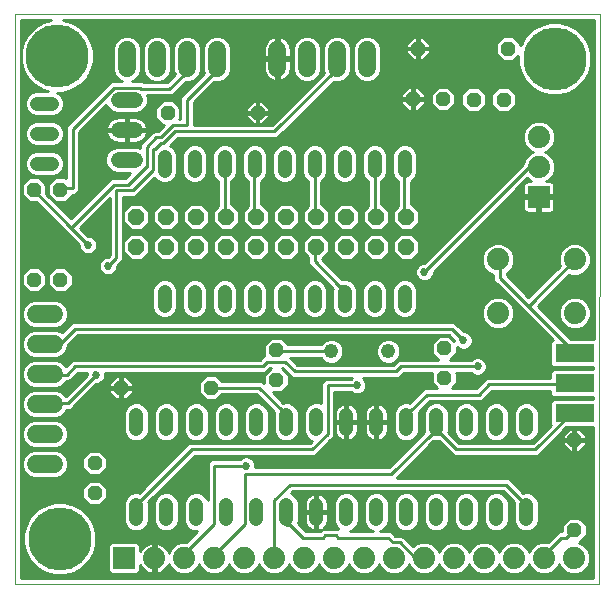
<source format=gtl>
G75*
G70*
%OFA0B0*%
%FSLAX24Y24*%
%IPPOS*%
%LPD*%
%AMOC8*
5,1,8,0,0,1.08239X$1,22.5*
%
%ADD10C,0.0000*%
%ADD11C,0.0600*%
%ADD12C,0.0480*%
%ADD13OC8,0.0480*%
%ADD14C,0.0480*%
%ADD15C,0.0740*%
%ADD16C,0.2100*%
%ADD17R,0.0740X0.0740*%
%ADD18OC8,0.0540*%
%ADD19R,0.1300X0.0600*%
%ADD20C,0.0540*%
%ADD21C,0.0100*%
%ADD22C,0.0270*%
D10*
X003500Y012477D02*
X003500Y031473D01*
X023000Y031477D01*
X022992Y012477D01*
X003500Y012477D01*
D11*
X004200Y016477D02*
X004800Y016477D01*
X004800Y017477D02*
X004200Y017477D01*
X004200Y018477D02*
X004800Y018477D01*
X004800Y019477D02*
X004200Y019477D01*
X004200Y020477D02*
X004800Y020477D01*
X004800Y021477D02*
X004200Y021477D01*
X007250Y029677D02*
X007250Y030277D01*
X008250Y030277D02*
X008250Y029677D01*
X009250Y029677D02*
X009250Y030277D01*
X010250Y030277D02*
X010250Y029677D01*
X012250Y029677D02*
X012250Y030277D01*
X013250Y030277D02*
X013250Y029677D01*
X014250Y029677D02*
X014250Y030277D01*
X015250Y030277D02*
X015250Y029677D01*
D12*
X015500Y026717D02*
X015500Y026237D01*
X014500Y026237D02*
X014500Y026717D01*
X013500Y026717D02*
X013500Y026237D01*
X012500Y026237D02*
X012500Y026717D01*
X011500Y026717D02*
X011500Y026237D01*
X010500Y026237D02*
X010500Y026717D01*
X009500Y026717D02*
X009500Y026237D01*
X008500Y026237D02*
X008500Y026717D01*
X004740Y026477D02*
X004260Y026477D01*
X004260Y027477D02*
X004740Y027477D01*
X004740Y028477D02*
X004260Y028477D01*
X008500Y022217D02*
X008500Y021737D01*
X009500Y021737D02*
X009500Y022217D01*
X010500Y022217D02*
X010500Y021737D01*
X011500Y021737D02*
X011500Y022217D01*
X012500Y022217D02*
X012500Y021737D01*
X013500Y021737D02*
X013500Y022217D01*
X014500Y022217D02*
X014500Y021737D01*
X015500Y021737D02*
X015500Y022217D01*
X016500Y022217D02*
X016500Y021737D01*
X016553Y018110D02*
X016553Y017630D01*
X015553Y017630D02*
X015553Y018110D01*
X014553Y018110D02*
X014553Y017630D01*
X013553Y017630D02*
X013553Y018110D01*
X012553Y018110D02*
X012553Y017630D01*
X011553Y017630D02*
X011553Y018110D01*
X010553Y018110D02*
X010553Y017630D01*
X009553Y017630D02*
X009553Y018110D01*
X008553Y018110D02*
X008553Y017630D01*
X007553Y017630D02*
X007553Y018110D01*
X007553Y015110D02*
X007553Y014630D01*
X008553Y014630D02*
X008553Y015110D01*
X009553Y015110D02*
X009553Y014630D01*
X010553Y014630D02*
X010553Y015110D01*
X011553Y015110D02*
X011553Y014630D01*
X012553Y014630D02*
X012553Y015110D01*
X013553Y015110D02*
X013553Y014630D01*
X014553Y014630D02*
X014553Y015110D01*
X015553Y015110D02*
X015553Y014630D01*
X016553Y014630D02*
X016553Y015110D01*
X017553Y015110D02*
X017553Y014630D01*
X018553Y014630D02*
X018553Y015110D01*
X019553Y015110D02*
X019553Y014630D01*
X020553Y014630D02*
X020553Y015110D01*
X020553Y017630D02*
X020553Y018110D01*
X019553Y018110D02*
X019553Y017630D01*
X018553Y017630D02*
X018553Y018110D01*
X017553Y018110D02*
X017553Y017630D01*
X016500Y026237D02*
X016500Y026717D01*
D13*
X016785Y028636D03*
X017785Y028636D03*
X018803Y028616D03*
X019803Y028616D03*
X019951Y030317D03*
X016951Y030317D03*
X011598Y028181D03*
X008598Y028181D03*
X005020Y025612D03*
X004142Y025612D03*
X004142Y022612D03*
X005020Y022612D03*
X007043Y019012D03*
X006167Y016506D03*
X006167Y015506D03*
X010043Y019012D03*
X012222Y019272D03*
X012222Y020272D03*
X017823Y020323D03*
X017823Y019323D03*
X022157Y017258D03*
X022157Y014258D03*
D14*
X015950Y020227D03*
X014050Y020227D03*
D15*
X019610Y021506D03*
X019610Y023286D03*
X022170Y023286D03*
X022170Y021506D03*
X020972Y026370D03*
X020972Y027370D03*
X021152Y013329D03*
X022152Y013329D03*
X020152Y013329D03*
X019152Y013329D03*
X018152Y013329D03*
X017152Y013329D03*
X016152Y013329D03*
X015152Y013329D03*
X014152Y013329D03*
X013152Y013329D03*
X012152Y013329D03*
X011152Y013329D03*
X010152Y013329D03*
X009152Y013329D03*
X008152Y013329D03*
D16*
X005000Y013977D03*
X004921Y030065D03*
X021500Y029977D03*
D17*
X020972Y025370D03*
X007152Y013329D03*
D18*
X007549Y023711D03*
X007549Y024711D03*
X008549Y024711D03*
X008549Y023711D03*
X009549Y023711D03*
X009549Y024711D03*
X010549Y024711D03*
X010549Y023711D03*
X011549Y023711D03*
X011549Y024711D03*
X012549Y024711D03*
X012549Y023711D03*
X013549Y023711D03*
X013549Y024711D03*
X014549Y024711D03*
X014549Y023711D03*
X015549Y023711D03*
X015549Y024711D03*
X016549Y024711D03*
X016549Y023711D03*
D19*
X022181Y020156D03*
X022181Y019156D03*
X022181Y018156D03*
D20*
X007506Y026605D02*
X006966Y026605D01*
X006966Y027605D02*
X007506Y027605D01*
X007506Y028605D02*
X006966Y028605D01*
D21*
X006807Y029012D02*
X005429Y027634D01*
X005429Y025666D01*
X005075Y025666D01*
X005035Y025626D01*
X005020Y025612D01*
X004700Y025873D02*
X004461Y025873D01*
X004552Y025782D02*
X004312Y026022D01*
X003972Y026022D01*
X003732Y025782D01*
X003732Y025443D01*
X003972Y025202D01*
X004203Y025202D01*
X005150Y024256D01*
X005636Y023770D01*
X005636Y023715D01*
X005682Y023603D01*
X005768Y023517D01*
X005880Y023471D01*
X006002Y023471D01*
X006114Y023517D01*
X006200Y023603D01*
X006246Y023715D01*
X006246Y023836D01*
X006200Y023949D01*
X006114Y024034D01*
X006002Y024081D01*
X005947Y024081D01*
X005681Y024347D01*
X006666Y025331D01*
X006666Y023434D01*
X006604Y023372D01*
X006550Y023372D01*
X006437Y023326D01*
X006352Y023240D01*
X006305Y023128D01*
X006305Y023006D01*
X006352Y022894D01*
X006437Y022809D01*
X006550Y022762D01*
X006671Y022762D01*
X006783Y022809D01*
X006869Y022894D01*
X006915Y023006D01*
X006915Y023061D01*
X006977Y023123D01*
X007106Y023252D01*
X007106Y025367D01*
X007528Y025367D01*
X008159Y025998D01*
X008268Y025889D01*
X008418Y025827D01*
X008582Y025827D01*
X008732Y025889D01*
X008848Y026004D01*
X008910Y026155D01*
X008910Y026798D01*
X008848Y026949D01*
X008732Y027064D01*
X008691Y027081D01*
X008945Y027335D01*
X012253Y027335D01*
X014133Y029216D01*
X014157Y029207D01*
X014343Y029207D01*
X014516Y029278D01*
X014648Y029410D01*
X014720Y029583D01*
X014720Y030370D01*
X014648Y030543D01*
X014516Y030675D01*
X014343Y030747D01*
X014157Y030747D01*
X013984Y030675D01*
X013852Y030543D01*
X013780Y030370D01*
X013780Y029583D01*
X013809Y029514D01*
X012070Y027775D01*
X009468Y027775D01*
X009468Y028527D01*
X010150Y029209D01*
X010157Y029207D01*
X010343Y029207D01*
X010516Y029278D01*
X010648Y029410D01*
X010720Y029583D01*
X010720Y030370D01*
X010648Y030543D01*
X010516Y030675D01*
X010343Y030747D01*
X010157Y030747D01*
X009984Y030675D01*
X009852Y030543D01*
X009780Y030370D01*
X009780Y029583D01*
X009816Y029497D01*
X009157Y028838D01*
X009028Y028709D01*
X009028Y027972D01*
X008969Y027972D01*
X009008Y028012D01*
X009008Y028351D01*
X008768Y028591D01*
X008429Y028591D01*
X008188Y028351D01*
X008188Y028012D01*
X008429Y027771D01*
X008484Y027771D01*
X008291Y027579D01*
X008133Y027579D01*
X007818Y027264D01*
X007689Y027135D01*
X007689Y027005D01*
X007594Y027045D01*
X006879Y027045D01*
X006717Y026978D01*
X006593Y026854D01*
X006526Y026692D01*
X006526Y026517D01*
X006593Y026355D01*
X006717Y026232D01*
X006879Y026165D01*
X007349Y026165D01*
X007188Y026004D01*
X006716Y026004D01*
X005370Y024658D01*
X004552Y025476D01*
X004552Y025782D01*
X004552Y025774D02*
X004610Y025774D01*
X004610Y025782D02*
X004610Y025443D01*
X004850Y025202D01*
X005190Y025202D01*
X005430Y025443D01*
X005430Y025446D01*
X005520Y025446D01*
X005649Y025574D01*
X005649Y027543D01*
X006555Y028448D01*
X006593Y028355D01*
X006717Y028232D01*
X006879Y028165D01*
X007594Y028165D01*
X007755Y028232D01*
X007879Y028355D01*
X007946Y028517D01*
X007946Y028692D01*
X007921Y028753D01*
X008749Y028753D01*
X008877Y028882D01*
X009203Y029207D01*
X009343Y029207D01*
X009516Y029278D01*
X009648Y029410D01*
X009720Y029583D01*
X009720Y030370D01*
X009648Y030543D01*
X009516Y030675D01*
X009343Y030747D01*
X009157Y030747D01*
X008984Y030675D01*
X008852Y030543D01*
X008780Y030370D01*
X008780Y029583D01*
X008832Y029458D01*
X008566Y029193D01*
X007804Y029193D01*
X007764Y029232D01*
X007405Y029232D01*
X007516Y029278D01*
X007648Y029410D01*
X007720Y029583D01*
X007720Y030370D01*
X007648Y030543D01*
X007516Y030675D01*
X007343Y030747D01*
X007157Y030747D01*
X006984Y030675D01*
X006852Y030543D01*
X006780Y030370D01*
X006780Y029583D01*
X006852Y029410D01*
X006984Y029278D01*
X007095Y029232D01*
X006716Y029232D01*
X005338Y027854D01*
X005209Y027725D01*
X005209Y026003D01*
X005190Y026022D01*
X004850Y026022D01*
X004610Y025782D01*
X004610Y025676D02*
X004552Y025676D01*
X004552Y025577D02*
X004610Y025577D01*
X004610Y025479D02*
X004552Y025479D01*
X004648Y025380D02*
X004672Y025380D01*
X004746Y025282D02*
X004771Y025282D01*
X004845Y025183D02*
X005895Y025183D01*
X005797Y025085D02*
X004943Y025085D01*
X005042Y024986D02*
X005698Y024986D01*
X005600Y024888D02*
X005140Y024888D01*
X005239Y024789D02*
X005501Y024789D01*
X005403Y024691D02*
X005337Y024691D01*
X005370Y024347D02*
X006807Y025784D01*
X007280Y025784D01*
X007870Y026374D01*
X007909Y026374D01*
X007909Y027044D01*
X008224Y027359D01*
X008382Y027359D01*
X008776Y027752D01*
X009248Y027752D01*
X009248Y028618D01*
X010075Y029445D01*
X010232Y029445D01*
X010232Y029957D01*
X010250Y029977D01*
X009780Y030010D02*
X009720Y030010D01*
X009720Y030108D02*
X009780Y030108D01*
X009780Y030207D02*
X009720Y030207D01*
X009720Y030305D02*
X009780Y030305D01*
X009794Y030404D02*
X009706Y030404D01*
X009665Y030502D02*
X009835Y030502D01*
X009909Y030601D02*
X009591Y030601D01*
X009458Y030699D02*
X010042Y030699D01*
X010458Y030699D02*
X012094Y030699D01*
X012077Y030694D02*
X012014Y030661D01*
X011957Y030620D01*
X011907Y030570D01*
X011865Y030512D01*
X011833Y030449D01*
X011811Y030382D01*
X011800Y030312D01*
X011800Y030027D01*
X012200Y030027D01*
X012200Y030724D01*
X012145Y030716D01*
X012077Y030694D01*
X012200Y030699D02*
X012300Y030699D01*
X012300Y030724D02*
X012300Y030027D01*
X012200Y030027D01*
X012200Y029927D01*
X011800Y029927D01*
X011800Y029641D01*
X011811Y029571D01*
X011833Y029504D01*
X011865Y029441D01*
X011907Y029383D01*
X011957Y029333D01*
X012014Y029292D01*
X012077Y029260D01*
X012145Y029238D01*
X012200Y029229D01*
X012200Y029927D01*
X012300Y029927D01*
X012300Y030027D01*
X012700Y030027D01*
X012700Y030312D01*
X012689Y030382D01*
X012667Y030449D01*
X012635Y030512D01*
X012593Y030570D01*
X012543Y030620D01*
X012486Y030661D01*
X012423Y030694D01*
X012355Y030716D01*
X012300Y030724D01*
X012406Y030699D02*
X013042Y030699D01*
X012984Y030675D02*
X012852Y030543D01*
X012780Y030370D01*
X012780Y029583D01*
X012852Y029410D01*
X012984Y029278D01*
X013157Y029207D01*
X013343Y029207D01*
X013516Y029278D01*
X013648Y029410D01*
X013720Y029583D01*
X013720Y030370D01*
X013648Y030543D01*
X013516Y030675D01*
X013343Y030747D01*
X013157Y030747D01*
X012984Y030675D01*
X012909Y030601D02*
X012562Y030601D01*
X012640Y030502D02*
X012835Y030502D01*
X012794Y030404D02*
X012682Y030404D01*
X012700Y030305D02*
X012780Y030305D01*
X012780Y030207D02*
X012700Y030207D01*
X012700Y030108D02*
X012780Y030108D01*
X012780Y030010D02*
X012300Y030010D01*
X012300Y029927D02*
X012700Y029927D01*
X012700Y029641D01*
X012689Y029571D01*
X012667Y029504D01*
X012635Y029441D01*
X012593Y029383D01*
X012543Y029333D01*
X012486Y029292D01*
X012423Y029260D01*
X012355Y029238D01*
X012300Y029229D01*
X012300Y029927D01*
X012300Y029911D02*
X012200Y029911D01*
X012200Y029813D02*
X012300Y029813D01*
X012300Y029714D02*
X012200Y029714D01*
X012200Y029616D02*
X012300Y029616D01*
X012300Y029517D02*
X012200Y029517D01*
X012200Y029419D02*
X012300Y029419D01*
X012300Y029320D02*
X012200Y029320D01*
X011975Y029320D02*
X010558Y029320D01*
X010652Y029419D02*
X011881Y029419D01*
X011829Y029517D02*
X010693Y029517D01*
X010720Y029616D02*
X011804Y029616D01*
X011800Y029714D02*
X010720Y029714D01*
X010720Y029813D02*
X011800Y029813D01*
X011800Y029911D02*
X010720Y029911D01*
X010720Y030010D02*
X012200Y030010D01*
X012200Y030108D02*
X012300Y030108D01*
X012300Y030207D02*
X012200Y030207D01*
X012200Y030305D02*
X012300Y030305D01*
X012300Y030404D02*
X012200Y030404D01*
X012200Y030502D02*
X012300Y030502D01*
X012300Y030601D02*
X012200Y030601D01*
X011938Y030601D02*
X010591Y030601D01*
X010665Y030502D02*
X011860Y030502D01*
X011818Y030404D02*
X010706Y030404D01*
X010720Y030305D02*
X011800Y030305D01*
X011800Y030207D02*
X010720Y030207D01*
X010720Y030108D02*
X011800Y030108D01*
X012700Y029911D02*
X012780Y029911D01*
X012780Y029813D02*
X012700Y029813D01*
X012700Y029714D02*
X012780Y029714D01*
X012780Y029616D02*
X012696Y029616D01*
X012671Y029517D02*
X012807Y029517D01*
X012848Y029419D02*
X012619Y029419D01*
X012525Y029320D02*
X012942Y029320D01*
X013120Y029222D02*
X010380Y029222D01*
X010064Y029123D02*
X013418Y029123D01*
X013380Y029222D02*
X013517Y029222D01*
X013558Y029320D02*
X013615Y029320D01*
X013652Y029419D02*
X013714Y029419D01*
X013693Y029517D02*
X013807Y029517D01*
X013780Y029616D02*
X013720Y029616D01*
X013720Y029714D02*
X013780Y029714D01*
X013780Y029813D02*
X013720Y029813D01*
X013720Y029911D02*
X013780Y029911D01*
X013780Y030010D02*
X013720Y030010D01*
X013720Y030108D02*
X013780Y030108D01*
X013780Y030207D02*
X013720Y030207D01*
X013720Y030305D02*
X013780Y030305D01*
X013794Y030404D02*
X013706Y030404D01*
X013665Y030502D02*
X013835Y030502D01*
X013909Y030601D02*
X013591Y030601D01*
X013458Y030699D02*
X014042Y030699D01*
X014458Y030699D02*
X015042Y030699D01*
X014984Y030675D02*
X014852Y030543D01*
X014780Y030370D01*
X014780Y029583D01*
X014852Y029410D01*
X014984Y029278D01*
X015157Y029207D01*
X015343Y029207D01*
X015516Y029278D01*
X015648Y029410D01*
X015720Y029583D01*
X015720Y030370D01*
X015648Y030543D01*
X015516Y030675D01*
X015343Y030747D01*
X015157Y030747D01*
X014984Y030675D01*
X014909Y030601D02*
X014591Y030601D01*
X014665Y030502D02*
X014835Y030502D01*
X014794Y030404D02*
X014706Y030404D01*
X014720Y030305D02*
X014780Y030305D01*
X014780Y030207D02*
X014720Y030207D01*
X014720Y030108D02*
X014780Y030108D01*
X014780Y030010D02*
X014720Y030010D01*
X014720Y029911D02*
X014780Y029911D01*
X014780Y029813D02*
X014720Y029813D01*
X014720Y029714D02*
X014780Y029714D01*
X014780Y029616D02*
X014720Y029616D01*
X014693Y029517D02*
X014807Y029517D01*
X014848Y029419D02*
X014652Y029419D01*
X014558Y029320D02*
X014942Y029320D01*
X015120Y029222D02*
X014380Y029222D01*
X014040Y029123D02*
X020628Y029123D01*
X020727Y029025D02*
X019975Y029025D01*
X019973Y029026D02*
X019633Y029026D01*
X019393Y028786D01*
X019393Y028447D01*
X019633Y028206D01*
X019973Y028206D01*
X020213Y028447D01*
X020213Y028786D01*
X019973Y029026D01*
X020073Y028926D02*
X020879Y028926D01*
X020751Y029000D02*
X021029Y028840D01*
X021339Y028757D01*
X021661Y028757D01*
X021971Y028840D01*
X022249Y029000D01*
X022476Y029228D01*
X022637Y029506D01*
X022720Y029816D01*
X022720Y030137D01*
X022637Y030448D01*
X022476Y030726D01*
X022249Y030953D01*
X021971Y031113D01*
X021661Y031197D01*
X021339Y031197D01*
X021029Y031113D01*
X020751Y030953D01*
X020524Y030726D01*
X020363Y030448D01*
X020361Y030439D01*
X020361Y030487D01*
X020121Y030727D01*
X019781Y030727D01*
X019541Y030487D01*
X019541Y030147D01*
X019781Y029907D01*
X020121Y029907D01*
X020280Y030067D01*
X020280Y029816D01*
X020363Y029506D01*
X020524Y029228D01*
X020751Y029000D01*
X020530Y029222D02*
X015380Y029222D01*
X015558Y029320D02*
X020470Y029320D01*
X020413Y029419D02*
X015652Y029419D01*
X015693Y029517D02*
X020360Y029517D01*
X020334Y029616D02*
X015720Y029616D01*
X015720Y029714D02*
X020307Y029714D01*
X020281Y029813D02*
X015720Y029813D01*
X015720Y029911D02*
X019777Y029911D01*
X019678Y030010D02*
X017195Y030010D01*
X017112Y029927D02*
X017341Y030156D01*
X017341Y030287D01*
X016981Y030287D01*
X016981Y030347D01*
X017341Y030347D01*
X017341Y030479D01*
X017112Y030707D01*
X016981Y030707D01*
X016981Y030347D01*
X016921Y030347D01*
X016921Y030287D01*
X016981Y030287D01*
X016981Y029927D01*
X017112Y029927D01*
X016981Y030010D02*
X016921Y030010D01*
X016921Y029927D02*
X016921Y030287D01*
X016561Y030287D01*
X016561Y030156D01*
X016789Y029927D01*
X016921Y029927D01*
X016921Y030108D02*
X016981Y030108D01*
X016981Y030207D02*
X016921Y030207D01*
X016921Y030305D02*
X015720Y030305D01*
X015720Y030207D02*
X016561Y030207D01*
X016608Y030108D02*
X015720Y030108D01*
X015720Y030010D02*
X016707Y030010D01*
X016561Y030347D02*
X016921Y030347D01*
X016921Y030707D01*
X016789Y030707D01*
X016561Y030479D01*
X016561Y030347D01*
X016561Y030404D02*
X015706Y030404D01*
X015665Y030502D02*
X016584Y030502D01*
X016683Y030601D02*
X015591Y030601D01*
X015458Y030699D02*
X016781Y030699D01*
X016921Y030699D02*
X016981Y030699D01*
X016981Y030601D02*
X016921Y030601D01*
X016921Y030502D02*
X016981Y030502D01*
X016981Y030404D02*
X016921Y030404D01*
X016981Y030305D02*
X019541Y030305D01*
X019541Y030207D02*
X017341Y030207D01*
X017293Y030108D02*
X019580Y030108D01*
X019541Y030404D02*
X017341Y030404D01*
X017317Y030502D02*
X019556Y030502D01*
X019654Y030601D02*
X017219Y030601D01*
X017120Y030699D02*
X019753Y030699D01*
X020149Y030699D02*
X020508Y030699D01*
X020452Y030601D02*
X020247Y030601D01*
X020346Y030502D02*
X020395Y030502D01*
X020596Y030798D02*
X005907Y030798D01*
X005898Y030814D02*
X005670Y031041D01*
X005392Y031202D01*
X005127Y031273D01*
X022800Y031277D01*
X022796Y020626D01*
X022040Y020626D01*
X020937Y021729D01*
X021986Y022778D01*
X022062Y022746D01*
X022277Y022746D01*
X022476Y022828D01*
X022628Y022980D01*
X022710Y023178D01*
X022710Y023393D01*
X022628Y023592D01*
X022476Y023744D01*
X022277Y023826D01*
X022062Y023826D01*
X021864Y023744D01*
X021712Y023592D01*
X021630Y023393D01*
X021630Y023178D01*
X021669Y023083D01*
X020626Y022040D01*
X019901Y022765D01*
X019901Y022822D01*
X019916Y022828D01*
X020068Y022980D01*
X020150Y023178D01*
X020150Y023393D01*
X020068Y023592D01*
X019916Y023744D01*
X019717Y023826D01*
X019502Y023826D01*
X019304Y023744D01*
X019152Y023592D01*
X019070Y023393D01*
X019070Y023178D01*
X019152Y022980D01*
X019304Y022828D01*
X019461Y022763D01*
X019461Y022582D01*
X019590Y022453D01*
X020386Y021657D01*
X020515Y021528D01*
X020515Y021528D01*
X021439Y020604D01*
X021361Y020526D01*
X021361Y019785D01*
X021461Y019686D01*
X022795Y019686D01*
X022795Y019626D01*
X021461Y019626D01*
X021361Y019526D01*
X021361Y019350D01*
X019236Y019350D01*
X019107Y019221D01*
X018881Y018996D01*
X018075Y018996D01*
X018233Y019153D01*
X018233Y019493D01*
X018225Y019501D01*
X018722Y019501D01*
X018760Y019462D01*
X018872Y019416D01*
X018994Y019416D01*
X019106Y019462D01*
X019192Y019548D01*
X019238Y019660D01*
X019238Y019781D01*
X019192Y019893D01*
X019106Y019979D01*
X018994Y020026D01*
X018872Y020026D01*
X018760Y019979D01*
X018722Y019941D01*
X018020Y019941D01*
X018233Y020153D01*
X018233Y020383D01*
X018288Y020328D01*
X018400Y020282D01*
X018521Y020282D01*
X018633Y020328D01*
X018719Y020414D01*
X018766Y020526D01*
X018766Y020648D01*
X018719Y020760D01*
X018633Y020845D01*
X018521Y020892D01*
X018467Y020892D01*
X018287Y021072D01*
X018158Y021201D01*
X005417Y021201D01*
X005079Y020863D01*
X005066Y020875D01*
X004893Y020947D01*
X004107Y020947D01*
X003934Y020875D01*
X003802Y020743D01*
X003730Y020570D01*
X003730Y020383D01*
X003802Y020210D01*
X003934Y020078D01*
X004107Y020007D01*
X004893Y020007D01*
X005066Y020078D01*
X005198Y020210D01*
X005270Y020383D01*
X005270Y020432D01*
X005599Y020761D01*
X017976Y020761D01*
X018156Y020581D01*
X018156Y020570D01*
X017993Y020733D01*
X017653Y020733D01*
X017413Y020493D01*
X017413Y020153D01*
X017625Y019941D01*
X016283Y019941D01*
X016125Y019783D01*
X012922Y019783D01*
X012736Y019969D01*
X012693Y020013D01*
X013695Y020013D01*
X013702Y019994D01*
X013818Y019879D01*
X013968Y019817D01*
X014132Y019817D01*
X014282Y019879D01*
X014398Y019994D01*
X014460Y020145D01*
X014460Y020308D01*
X014398Y020459D01*
X014282Y020574D01*
X014132Y020637D01*
X013968Y020637D01*
X013818Y020574D01*
X013702Y020459D01*
X013700Y020453D01*
X012622Y020453D01*
X012392Y020682D01*
X012053Y020682D01*
X011812Y020442D01*
X011812Y020102D01*
X011825Y020089D01*
X011677Y019941D01*
X005417Y019941D01*
X005204Y019728D01*
X005198Y019743D01*
X005066Y019875D01*
X004893Y019947D01*
X004107Y019947D01*
X003934Y019875D01*
X003802Y019743D01*
X003730Y019570D01*
X003730Y019383D01*
X003802Y019210D01*
X003934Y019078D01*
X004107Y019007D01*
X004893Y019007D01*
X005066Y019078D01*
X005198Y019210D01*
X005205Y019225D01*
X005323Y019225D01*
X005599Y019501D01*
X005912Y019501D01*
X005912Y019451D01*
X005200Y018740D01*
X005198Y018743D01*
X005066Y018875D01*
X004893Y018947D01*
X004107Y018947D01*
X003934Y018875D01*
X003802Y018743D01*
X003730Y018570D01*
X003730Y018383D01*
X003802Y018210D01*
X003934Y018078D01*
X004107Y018007D01*
X004893Y018007D01*
X005066Y018078D01*
X005198Y018210D01*
X005227Y018280D01*
X005363Y018280D01*
X005492Y018409D01*
X006223Y019140D01*
X006277Y019140D01*
X006389Y019187D01*
X006475Y019272D01*
X006522Y019384D01*
X006522Y019501D01*
X011859Y019501D01*
X011988Y019630D01*
X012016Y019658D01*
X012029Y019658D01*
X011812Y019442D01*
X011812Y019160D01*
X011741Y019232D01*
X010403Y019232D01*
X010213Y019422D01*
X009873Y019422D01*
X009633Y019182D01*
X009633Y018842D01*
X009873Y018602D01*
X010213Y018602D01*
X010403Y018792D01*
X011558Y018792D01*
X012148Y018203D01*
X012143Y018192D01*
X012143Y017549D01*
X012206Y017398D01*
X012321Y017283D01*
X012472Y017220D01*
X012635Y017220D01*
X012785Y017283D01*
X012901Y017398D01*
X012963Y017549D01*
X012963Y018192D01*
X012901Y018343D01*
X012785Y018458D01*
X012635Y018520D01*
X012472Y018520D01*
X012458Y018515D01*
X012111Y018862D01*
X012392Y018862D01*
X012632Y019102D01*
X012632Y019442D01*
X012416Y019658D01*
X012425Y019658D01*
X012740Y019343D01*
X014738Y019343D01*
X014706Y019311D01*
X013842Y019311D01*
X013713Y019182D01*
X013713Y018488D01*
X013635Y018520D01*
X013472Y018520D01*
X013321Y018458D01*
X013206Y018343D01*
X013143Y018192D01*
X013143Y017549D01*
X013206Y017398D01*
X013321Y017283D01*
X013397Y017251D01*
X013330Y017185D01*
X009314Y017185D01*
X009186Y017056D01*
X007645Y015516D01*
X007635Y015520D01*
X007472Y015520D01*
X007321Y015458D01*
X007206Y015343D01*
X007143Y015192D01*
X007143Y014549D01*
X007206Y014398D01*
X007321Y014283D01*
X007472Y014220D01*
X007635Y014220D01*
X007785Y014283D01*
X007901Y014398D01*
X007963Y014549D01*
X007963Y015192D01*
X007957Y015206D01*
X009497Y016745D01*
X013512Y016745D01*
X014024Y017257D01*
X014153Y017385D01*
X014153Y018871D01*
X014706Y018871D01*
X014745Y018832D01*
X014857Y018786D01*
X014978Y018786D01*
X015090Y018832D01*
X015176Y018918D01*
X015222Y019030D01*
X015222Y019151D01*
X015176Y019264D01*
X015096Y019343D01*
X016308Y019343D01*
X016437Y019472D01*
X016465Y019501D01*
X017421Y019501D01*
X017413Y019493D01*
X017413Y019153D01*
X017570Y018996D01*
X017149Y018996D01*
X016662Y018509D01*
X016635Y018520D01*
X016472Y018520D01*
X016321Y018458D01*
X016206Y018343D01*
X016143Y018192D01*
X016143Y017549D01*
X016206Y017398D01*
X016321Y017283D01*
X016472Y017220D01*
X016635Y017220D01*
X016785Y017283D01*
X016901Y017398D01*
X016963Y017549D01*
X016963Y018188D01*
X017331Y018556D01*
X019064Y018556D01*
X019418Y018910D01*
X021361Y018910D01*
X021361Y018785D01*
X021461Y018686D01*
X022795Y018686D01*
X022795Y018626D01*
X021461Y018626D01*
X021361Y018526D01*
X021361Y017785D01*
X021366Y017780D01*
X020771Y017185D01*
X018316Y017185D01*
X017960Y017541D01*
X017963Y017549D01*
X017963Y018192D01*
X017901Y018343D01*
X017785Y018458D01*
X017635Y018520D01*
X017472Y018520D01*
X017321Y018458D01*
X017206Y018343D01*
X017143Y018192D01*
X017143Y017549D01*
X017148Y017538D01*
X015968Y016358D01*
X011522Y016358D01*
X011522Y016474D01*
X011475Y016586D01*
X011389Y016672D01*
X011277Y016719D01*
X011156Y016719D01*
X011044Y016672D01*
X011005Y016634D01*
X010062Y016634D01*
X009934Y016505D01*
X009934Y015263D01*
X009901Y015343D01*
X009785Y015458D01*
X009635Y015520D01*
X009472Y015520D01*
X009321Y015458D01*
X009206Y015343D01*
X009143Y015192D01*
X009143Y014549D01*
X009206Y014398D01*
X009321Y014283D01*
X009472Y014220D01*
X009578Y014220D01*
X009227Y013869D01*
X009044Y013869D01*
X008846Y013787D01*
X008694Y013635D01*
X008641Y013507D01*
X008633Y013529D01*
X008596Y013602D01*
X008548Y013668D01*
X008490Y013726D01*
X008424Y013774D01*
X008351Y013811D01*
X008273Y013836D01*
X008202Y013848D01*
X008202Y013379D01*
X008102Y013379D01*
X008102Y013848D01*
X008030Y013836D01*
X007952Y013811D01*
X007879Y013774D01*
X007813Y013726D01*
X007755Y013668D01*
X007707Y013602D01*
X007692Y013572D01*
X007692Y013769D01*
X007592Y013869D01*
X006711Y013869D01*
X006612Y013769D01*
X006612Y012889D01*
X006711Y012789D01*
X007592Y012789D01*
X007692Y012889D01*
X007692Y013086D01*
X007707Y013056D01*
X007755Y012990D01*
X007813Y012932D01*
X007879Y012884D01*
X007952Y012847D01*
X008030Y012822D01*
X008102Y012810D01*
X008102Y013279D01*
X008202Y013279D01*
X008202Y012810D01*
X008273Y012822D01*
X008351Y012847D01*
X008424Y012884D01*
X008490Y012932D01*
X008548Y012990D01*
X008596Y013056D01*
X008633Y013129D01*
X008641Y013151D01*
X008694Y013023D01*
X008846Y012871D01*
X009044Y012789D01*
X009259Y012789D01*
X009457Y012871D01*
X009609Y013023D01*
X009652Y013125D01*
X009694Y013023D01*
X009846Y012871D01*
X010044Y012789D01*
X010259Y012789D01*
X010457Y012871D01*
X010609Y013023D01*
X010652Y013125D01*
X010694Y013023D01*
X010846Y012871D01*
X011044Y012789D01*
X011259Y012789D01*
X011457Y012871D01*
X011609Y013023D01*
X011652Y013125D01*
X011694Y013023D01*
X011846Y012871D01*
X012044Y012789D01*
X012259Y012789D01*
X012457Y012871D01*
X012609Y013023D01*
X012652Y013125D01*
X012694Y013023D01*
X012846Y012871D01*
X013044Y012789D01*
X013259Y012789D01*
X013457Y012871D01*
X013609Y013023D01*
X013652Y013125D01*
X013694Y013023D01*
X013846Y012871D01*
X014044Y012789D01*
X014259Y012789D01*
X014457Y012871D01*
X014609Y013023D01*
X014652Y013125D01*
X014694Y013023D01*
X014846Y012871D01*
X015044Y012789D01*
X015259Y012789D01*
X015457Y012871D01*
X015609Y013023D01*
X015652Y013125D01*
X015694Y013023D01*
X015846Y012871D01*
X016044Y012789D01*
X016259Y012789D01*
X016457Y012871D01*
X016609Y013023D01*
X016652Y013125D01*
X016694Y013023D01*
X016846Y012871D01*
X017044Y012789D01*
X017259Y012789D01*
X017457Y012871D01*
X017609Y013023D01*
X017652Y013125D01*
X017694Y013023D01*
X017846Y012871D01*
X018044Y012789D01*
X018259Y012789D01*
X018457Y012871D01*
X018609Y013023D01*
X018652Y013125D01*
X018694Y013023D01*
X018846Y012871D01*
X019044Y012789D01*
X019259Y012789D01*
X019457Y012871D01*
X019609Y013023D01*
X019652Y013125D01*
X019694Y013023D01*
X019846Y012871D01*
X020044Y012789D01*
X020259Y012789D01*
X020457Y012871D01*
X020609Y013023D01*
X020652Y013125D01*
X020694Y013023D01*
X020846Y012871D01*
X021044Y012789D01*
X021259Y012789D01*
X021457Y012871D01*
X021609Y013023D01*
X021652Y013125D01*
X021694Y013023D01*
X021846Y012871D01*
X022044Y012789D01*
X022259Y012789D01*
X022457Y012871D01*
X022609Y013023D01*
X022692Y013222D01*
X022692Y013436D01*
X022609Y013635D01*
X022457Y013787D01*
X022309Y013848D01*
X022327Y013848D01*
X022567Y014088D01*
X022567Y014428D01*
X022327Y014668D01*
X021988Y014668D01*
X021747Y014428D01*
X021747Y014232D01*
X021637Y014232D01*
X021270Y013865D01*
X021259Y013869D01*
X021044Y013869D01*
X020846Y013787D01*
X020694Y013635D01*
X020652Y013533D01*
X020609Y013635D01*
X020457Y013787D01*
X020259Y013869D01*
X020044Y013869D01*
X019846Y013787D01*
X019694Y013635D01*
X019652Y013533D01*
X019609Y013635D01*
X019457Y013787D01*
X019259Y013869D01*
X019044Y013869D01*
X018846Y013787D01*
X018694Y013635D01*
X018652Y013533D01*
X018609Y013635D01*
X018457Y013787D01*
X018259Y013869D01*
X018044Y013869D01*
X017846Y013787D01*
X017694Y013635D01*
X017652Y013533D01*
X017609Y013635D01*
X017457Y013787D01*
X017259Y013869D01*
X017044Y013869D01*
X016846Y013787D01*
X016780Y013721D01*
X016426Y014075D01*
X016190Y014075D01*
X016032Y014232D01*
X015663Y014232D01*
X015785Y014283D01*
X015901Y014398D01*
X015963Y014549D01*
X015963Y015192D01*
X015901Y015343D01*
X015785Y015458D01*
X015635Y015520D01*
X015472Y015520D01*
X015321Y015458D01*
X015206Y015343D01*
X015143Y015192D01*
X015143Y014549D01*
X015206Y014398D01*
X015321Y014283D01*
X015443Y014232D01*
X014663Y014232D01*
X014785Y014283D01*
X014901Y014398D01*
X014963Y014549D01*
X014963Y015192D01*
X014901Y015343D01*
X014785Y015458D01*
X014635Y015520D01*
X014472Y015520D01*
X014321Y015458D01*
X014206Y015343D01*
X014143Y015192D01*
X014143Y014549D01*
X014206Y014398D01*
X014293Y014311D01*
X013777Y014311D01*
X013802Y014327D01*
X013856Y014382D01*
X013899Y014446D01*
X013928Y014517D01*
X013943Y014592D01*
X013943Y014840D01*
X013583Y014840D01*
X013583Y014240D01*
X013592Y014240D01*
X013667Y014255D01*
X013737Y014284D01*
X013684Y014232D01*
X013197Y014232D01*
X012939Y014490D01*
X012963Y014549D01*
X012963Y015192D01*
X012901Y015343D01*
X012785Y015458D01*
X012696Y015495D01*
X012764Y015564D01*
X019787Y015564D01*
X020148Y015203D01*
X020143Y015192D01*
X020143Y014549D01*
X020206Y014398D01*
X020321Y014283D01*
X020472Y014220D01*
X020635Y014220D01*
X020785Y014283D01*
X020901Y014398D01*
X020963Y014549D01*
X020963Y015192D01*
X020901Y015343D01*
X020785Y015458D01*
X020635Y015520D01*
X020472Y015520D01*
X020458Y015515D01*
X020098Y015875D01*
X019969Y016004D01*
X016236Y016004D01*
X017458Y017226D01*
X017472Y017220D01*
X017635Y017220D01*
X017651Y017227D01*
X018004Y016874D01*
X018133Y016745D01*
X020953Y016745D01*
X021894Y017686D01*
X022794Y017686D01*
X022792Y012677D01*
X003700Y012677D01*
X003700Y031273D01*
X004715Y031273D01*
X004450Y031202D01*
X004172Y031041D01*
X003945Y030814D01*
X003784Y030536D01*
X003701Y030226D01*
X003701Y029905D01*
X003784Y029594D01*
X003945Y029316D01*
X004172Y029089D01*
X004450Y028928D01*
X004606Y028887D01*
X004178Y028887D01*
X004028Y028824D01*
X003912Y028709D01*
X003850Y028558D01*
X003850Y028395D01*
X003912Y028244D01*
X004028Y028129D01*
X004178Y028067D01*
X004822Y028067D01*
X004972Y028129D01*
X005088Y028244D01*
X005150Y028395D01*
X005150Y028558D01*
X005088Y028709D01*
X004972Y028824D01*
X004922Y028845D01*
X005082Y028845D01*
X005392Y028928D01*
X005670Y029089D01*
X005898Y029316D01*
X006058Y029594D01*
X006141Y029905D01*
X006141Y030226D01*
X006058Y030536D01*
X005898Y030814D01*
X005816Y030896D02*
X020694Y030896D01*
X020823Y030995D02*
X005717Y030995D01*
X005581Y031093D02*
X020994Y031093D01*
X021321Y031192D02*
X005410Y031192D01*
X005964Y030699D02*
X007042Y030699D01*
X006909Y030601D02*
X006021Y030601D01*
X006067Y030502D02*
X006835Y030502D01*
X006794Y030404D02*
X006094Y030404D01*
X006120Y030305D02*
X006780Y030305D01*
X006780Y030207D02*
X006141Y030207D01*
X006141Y030108D02*
X006780Y030108D01*
X006780Y030010D02*
X006141Y030010D01*
X006141Y029911D02*
X006780Y029911D01*
X006780Y029813D02*
X006117Y029813D01*
X006090Y029714D02*
X006780Y029714D01*
X006780Y029616D02*
X006064Y029616D01*
X006014Y029517D02*
X006807Y029517D01*
X006848Y029419D02*
X005957Y029419D01*
X005900Y029320D02*
X006942Y029320D01*
X006706Y029222D02*
X005803Y029222D01*
X005705Y029123D02*
X006607Y029123D01*
X006509Y029025D02*
X005559Y029025D01*
X005384Y028926D02*
X006410Y028926D01*
X006312Y028828D02*
X004964Y028828D01*
X005067Y028729D02*
X006213Y028729D01*
X006115Y028631D02*
X005120Y028631D01*
X005150Y028532D02*
X006016Y028532D01*
X005918Y028434D02*
X005150Y028434D01*
X005125Y028335D02*
X005819Y028335D01*
X005721Y028237D02*
X005080Y028237D01*
X004981Y028138D02*
X005622Y028138D01*
X005524Y028040D02*
X003700Y028040D01*
X003700Y028138D02*
X004019Y028138D01*
X003920Y028237D02*
X003700Y028237D01*
X003700Y028335D02*
X003875Y028335D01*
X003850Y028434D02*
X003700Y028434D01*
X003700Y028532D02*
X003850Y028532D01*
X003880Y028631D02*
X003700Y028631D01*
X003700Y028729D02*
X003933Y028729D01*
X004036Y028828D02*
X003700Y028828D01*
X003700Y028926D02*
X004459Y028926D01*
X004284Y029025D02*
X003700Y029025D01*
X003700Y029123D02*
X004138Y029123D01*
X004039Y029222D02*
X003700Y029222D01*
X003700Y029320D02*
X003943Y029320D01*
X003886Y029419D02*
X003700Y029419D01*
X003700Y029517D02*
X003829Y029517D01*
X003779Y029616D02*
X003700Y029616D01*
X003700Y029714D02*
X003752Y029714D01*
X003726Y029813D02*
X003700Y029813D01*
X003700Y029911D02*
X003701Y029911D01*
X003700Y030010D02*
X003701Y030010D01*
X003700Y030108D02*
X003701Y030108D01*
X003700Y030207D02*
X003701Y030207D01*
X003700Y030305D02*
X003723Y030305D01*
X003700Y030404D02*
X003749Y030404D01*
X003775Y030502D02*
X003700Y030502D01*
X003700Y030601D02*
X003822Y030601D01*
X003879Y030699D02*
X003700Y030699D01*
X003700Y030798D02*
X003935Y030798D01*
X004027Y030896D02*
X003700Y030896D01*
X003700Y030995D02*
X004125Y030995D01*
X004262Y031093D02*
X003700Y031093D01*
X003700Y031192D02*
X004432Y031192D01*
X006807Y029012D02*
X007673Y029012D01*
X007713Y028973D01*
X008657Y028973D01*
X009130Y029445D01*
X009248Y029445D01*
X009248Y029957D01*
X009250Y029977D01*
X008780Y030010D02*
X008720Y030010D01*
X008720Y030108D02*
X008780Y030108D01*
X008780Y030207D02*
X008720Y030207D01*
X008720Y030305D02*
X008780Y030305D01*
X008720Y030370D02*
X008648Y030543D01*
X008516Y030675D01*
X008343Y030747D01*
X008157Y030747D01*
X007984Y030675D01*
X007852Y030543D01*
X007780Y030370D01*
X007780Y029583D01*
X007852Y029410D01*
X007984Y029278D01*
X008157Y029207D01*
X008343Y029207D01*
X008516Y029278D01*
X008648Y029410D01*
X008720Y029583D01*
X008720Y030370D01*
X008706Y030404D02*
X008794Y030404D01*
X008835Y030502D02*
X008665Y030502D01*
X008591Y030601D02*
X008909Y030601D01*
X009042Y030699D02*
X008458Y030699D01*
X008042Y030699D02*
X007458Y030699D01*
X007591Y030601D02*
X007909Y030601D01*
X007835Y030502D02*
X007665Y030502D01*
X007706Y030404D02*
X007794Y030404D01*
X007780Y030305D02*
X007720Y030305D01*
X007720Y030207D02*
X007780Y030207D01*
X007780Y030108D02*
X007720Y030108D01*
X007720Y030010D02*
X007780Y030010D01*
X007780Y029911D02*
X007720Y029911D01*
X007720Y029813D02*
X007780Y029813D01*
X007780Y029714D02*
X007720Y029714D01*
X007720Y029616D02*
X007780Y029616D01*
X007807Y029517D02*
X007693Y029517D01*
X007652Y029419D02*
X007848Y029419D01*
X007942Y029320D02*
X007558Y029320D01*
X007775Y029222D02*
X008120Y029222D01*
X008380Y029222D02*
X008595Y029222D01*
X008558Y029320D02*
X008694Y029320D01*
X008652Y029419D02*
X008792Y029419D01*
X008807Y029517D02*
X008693Y029517D01*
X008720Y029616D02*
X008780Y029616D01*
X008780Y029714D02*
X008720Y029714D01*
X008720Y029813D02*
X008780Y029813D01*
X008780Y029911D02*
X008720Y029911D01*
X009119Y029123D02*
X009442Y029123D01*
X009380Y029222D02*
X009540Y029222D01*
X009558Y029320D02*
X009639Y029320D01*
X009652Y029419D02*
X009737Y029419D01*
X009693Y029517D02*
X009807Y029517D01*
X009780Y029616D02*
X009720Y029616D01*
X009720Y029714D02*
X009780Y029714D01*
X009780Y029813D02*
X009720Y029813D01*
X009720Y029911D02*
X009780Y029911D01*
X009965Y029025D02*
X013320Y029025D01*
X013221Y028926D02*
X009867Y028926D01*
X009768Y028828D02*
X013123Y028828D01*
X013024Y028729D02*
X009670Y028729D01*
X009571Y028631D02*
X012926Y028631D01*
X012827Y028532D02*
X011799Y028532D01*
X011760Y028571D02*
X011988Y028343D01*
X011988Y028211D01*
X011628Y028211D01*
X011568Y028211D01*
X011568Y028151D01*
X011208Y028151D01*
X011208Y028020D01*
X011437Y027791D01*
X011568Y027791D01*
X011568Y028151D01*
X011628Y028151D01*
X011628Y027791D01*
X011760Y027791D01*
X011988Y028020D01*
X011988Y028151D01*
X011628Y028151D01*
X011628Y028211D01*
X011628Y028571D01*
X011760Y028571D01*
X011628Y028532D02*
X011568Y028532D01*
X011568Y028571D02*
X011437Y028571D01*
X011208Y028343D01*
X011208Y028211D01*
X011568Y028211D01*
X011568Y028571D01*
X011568Y028434D02*
X011628Y028434D01*
X011628Y028335D02*
X011568Y028335D01*
X011568Y028237D02*
X011628Y028237D01*
X011628Y028138D02*
X011568Y028138D01*
X011568Y028040D02*
X011628Y028040D01*
X011628Y027941D02*
X011568Y027941D01*
X011568Y027843D02*
X011628Y027843D01*
X011811Y027843D02*
X012138Y027843D01*
X012236Y027941D02*
X011910Y027941D01*
X011988Y028040D02*
X012335Y028040D01*
X012433Y028138D02*
X011988Y028138D01*
X011988Y028237D02*
X012532Y028237D01*
X012630Y028335D02*
X011988Y028335D01*
X011898Y028434D02*
X012729Y028434D01*
X013055Y028138D02*
X022799Y028138D01*
X022799Y028040D02*
X012957Y028040D01*
X012858Y027941D02*
X022799Y027941D01*
X022798Y027843D02*
X021243Y027843D01*
X021278Y027828D02*
X021080Y027910D01*
X020865Y027910D01*
X020666Y027828D01*
X020515Y027676D01*
X020432Y027478D01*
X020432Y027263D01*
X020515Y027064D01*
X020666Y026913D01*
X020768Y026870D01*
X020666Y026828D01*
X020515Y026676D01*
X020432Y026478D01*
X020432Y026452D01*
X020406Y026426D01*
X017155Y023175D01*
X017101Y023175D01*
X016989Y023129D01*
X016903Y023043D01*
X016856Y022931D01*
X016856Y022810D01*
X016903Y022698D01*
X016989Y022612D01*
X017101Y022565D01*
X017222Y022565D01*
X017334Y022612D01*
X017420Y022698D01*
X017466Y022810D01*
X017466Y022864D01*
X020591Y025988D01*
X020666Y025913D01*
X020720Y025890D01*
X020583Y025890D01*
X020544Y025880D01*
X020510Y025860D01*
X020482Y025832D01*
X020463Y025798D01*
X020452Y025760D01*
X020452Y025420D01*
X020922Y025420D01*
X020922Y025320D01*
X021022Y025320D01*
X021022Y024850D01*
X021362Y024850D01*
X021400Y024861D01*
X021434Y024880D01*
X021462Y024908D01*
X021482Y024942D01*
X021492Y024981D01*
X021492Y025320D01*
X021022Y025320D01*
X021022Y025420D01*
X021492Y025420D01*
X021492Y025760D01*
X021482Y025798D01*
X021462Y025832D01*
X021434Y025860D01*
X021400Y025880D01*
X021362Y025890D01*
X021225Y025890D01*
X021278Y025913D01*
X021430Y026064D01*
X021512Y026263D01*
X021512Y026478D01*
X021430Y026676D01*
X021278Y026828D01*
X021176Y026870D01*
X021278Y026913D01*
X021430Y027064D01*
X021512Y027263D01*
X021512Y027478D01*
X021430Y027676D01*
X021278Y027828D01*
X021362Y027744D02*
X022798Y027744D01*
X022798Y027646D02*
X021443Y027646D01*
X021484Y027547D02*
X022798Y027547D01*
X022798Y027449D02*
X021512Y027449D01*
X021512Y027350D02*
X022798Y027350D01*
X022798Y027252D02*
X021508Y027252D01*
X021467Y027153D02*
X022798Y027153D01*
X022798Y027055D02*
X021420Y027055D01*
X021322Y026956D02*
X022798Y026956D01*
X022798Y026858D02*
X021207Y026858D01*
X021347Y026759D02*
X022798Y026759D01*
X022798Y026661D02*
X021437Y026661D01*
X021477Y026562D02*
X022798Y026562D01*
X022798Y026464D02*
X021512Y026464D01*
X021512Y026365D02*
X022798Y026365D01*
X022798Y026267D02*
X021512Y026267D01*
X021473Y026168D02*
X022798Y026168D01*
X022798Y026070D02*
X021432Y026070D01*
X021337Y025971D02*
X022798Y025971D01*
X022798Y025873D02*
X021413Y025873D01*
X021489Y025774D02*
X022798Y025774D01*
X022798Y025676D02*
X021492Y025676D01*
X021492Y025577D02*
X022798Y025577D01*
X022798Y025479D02*
X021492Y025479D01*
X021492Y025282D02*
X022797Y025282D01*
X022797Y025380D02*
X021022Y025380D01*
X021022Y025282D02*
X020922Y025282D01*
X020922Y025320D02*
X020922Y024850D01*
X020583Y024850D01*
X020544Y024861D01*
X020510Y024880D01*
X020482Y024908D01*
X020463Y024942D01*
X020452Y024981D01*
X020452Y025320D01*
X020922Y025320D01*
X020922Y025380D02*
X019982Y025380D01*
X019884Y025282D02*
X020452Y025282D01*
X020452Y025183D02*
X019785Y025183D01*
X019687Y025085D02*
X020452Y025085D01*
X020452Y024986D02*
X019588Y024986D01*
X019490Y024888D02*
X020503Y024888D01*
X020922Y024888D02*
X021022Y024888D01*
X021022Y024986D02*
X020922Y024986D01*
X020922Y025085D02*
X021022Y025085D01*
X021022Y025183D02*
X020922Y025183D01*
X020452Y025479D02*
X020081Y025479D01*
X020179Y025577D02*
X020452Y025577D01*
X020452Y025676D02*
X020278Y025676D01*
X020376Y025774D02*
X020456Y025774D01*
X020475Y025873D02*
X020532Y025873D01*
X020573Y025971D02*
X020608Y025971D01*
X020626Y026335D02*
X020941Y026335D01*
X020972Y026370D01*
X020626Y026335D02*
X017161Y022870D01*
X016892Y023016D02*
X014020Y023016D01*
X014118Y022918D02*
X016856Y022918D01*
X016856Y022819D02*
X014217Y022819D01*
X014315Y022721D02*
X016893Y022721D01*
X016978Y022622D02*
X016592Y022622D01*
X016582Y022627D02*
X016418Y022627D01*
X016268Y022564D01*
X016152Y022449D01*
X016090Y022298D01*
X016090Y021655D01*
X016152Y021504D01*
X016268Y021389D01*
X016418Y021327D01*
X016582Y021327D01*
X016732Y021389D01*
X016848Y021504D01*
X016910Y021655D01*
X016910Y022298D01*
X016848Y022449D01*
X016732Y022564D01*
X016582Y022627D01*
X016408Y022622D02*
X015592Y022622D01*
X015582Y022627D02*
X015418Y022627D01*
X015268Y022564D01*
X015152Y022449D01*
X015090Y022298D01*
X015090Y021655D01*
X015152Y021504D01*
X015268Y021389D01*
X015418Y021327D01*
X015582Y021327D01*
X015732Y021389D01*
X015848Y021504D01*
X015910Y021655D01*
X015910Y022298D01*
X015848Y022449D01*
X015732Y022564D01*
X015582Y022627D01*
X015408Y022622D02*
X014592Y022622D01*
X014582Y022627D02*
X014418Y022627D01*
X014412Y022624D01*
X013748Y023288D01*
X013989Y023529D01*
X013989Y023893D01*
X013731Y024151D01*
X013367Y024151D01*
X013109Y023893D01*
X013109Y023529D01*
X013280Y023358D01*
X013280Y023134D01*
X013409Y023005D01*
X014097Y022316D01*
X014090Y022298D01*
X014090Y021655D01*
X014152Y021504D01*
X014268Y021389D01*
X014418Y021327D01*
X014582Y021327D01*
X014732Y021389D01*
X014848Y021504D01*
X014910Y021655D01*
X014910Y022298D01*
X014848Y022449D01*
X014732Y022564D01*
X014582Y022627D01*
X014773Y022524D02*
X015227Y022524D01*
X015143Y022425D02*
X014857Y022425D01*
X014898Y022327D02*
X015102Y022327D01*
X015090Y022228D02*
X014910Y022228D01*
X014910Y022130D02*
X015090Y022130D01*
X015090Y022031D02*
X014910Y022031D01*
X014910Y021933D02*
X015090Y021933D01*
X015090Y021834D02*
X014910Y021834D01*
X014910Y021736D02*
X015090Y021736D01*
X015097Y021637D02*
X014903Y021637D01*
X014862Y021539D02*
X015138Y021539D01*
X015217Y021440D02*
X014783Y021440D01*
X014618Y021342D02*
X015382Y021342D01*
X015618Y021342D02*
X016382Y021342D01*
X016217Y021440D02*
X015783Y021440D01*
X015862Y021539D02*
X016138Y021539D01*
X016097Y021637D02*
X015903Y021637D01*
X015910Y021736D02*
X016090Y021736D01*
X016090Y021834D02*
X015910Y021834D01*
X015910Y021933D02*
X016090Y021933D01*
X016090Y022031D02*
X015910Y022031D01*
X015910Y022130D02*
X016090Y022130D01*
X016090Y022228D02*
X015910Y022228D01*
X015898Y022327D02*
X016102Y022327D01*
X016143Y022425D02*
X015857Y022425D01*
X015773Y022524D02*
X016227Y022524D01*
X016773Y022524D02*
X019520Y022524D01*
X019461Y022622D02*
X017345Y022622D01*
X017430Y022721D02*
X019461Y022721D01*
X019326Y022819D02*
X017466Y022819D01*
X017520Y022918D02*
X019214Y022918D01*
X019137Y023016D02*
X017618Y023016D01*
X017717Y023115D02*
X019096Y023115D01*
X019070Y023213D02*
X017815Y023213D01*
X017914Y023312D02*
X019070Y023312D01*
X019077Y023410D02*
X018012Y023410D01*
X018111Y023509D02*
X019118Y023509D01*
X019167Y023607D02*
X018209Y023607D01*
X018308Y023706D02*
X019266Y023706D01*
X019450Y023804D02*
X018406Y023804D01*
X018505Y023903D02*
X022797Y023903D01*
X022797Y024001D02*
X018603Y024001D01*
X018702Y024100D02*
X022797Y024100D01*
X022797Y024198D02*
X018800Y024198D01*
X018899Y024297D02*
X022797Y024297D01*
X022797Y024395D02*
X018997Y024395D01*
X019096Y024494D02*
X022797Y024494D01*
X022797Y024592D02*
X019194Y024592D01*
X019293Y024691D02*
X022797Y024691D01*
X022797Y024789D02*
X019391Y024789D01*
X019065Y025085D02*
X016798Y025085D01*
X016731Y025151D02*
X016989Y024893D01*
X016989Y024529D01*
X016731Y024271D01*
X016367Y024271D01*
X016109Y024529D01*
X016109Y024893D01*
X016272Y025056D01*
X016272Y025887D01*
X016268Y025889D01*
X016152Y026004D01*
X016090Y026155D01*
X016090Y026798D01*
X016152Y026949D01*
X016268Y027064D01*
X016418Y027127D01*
X016582Y027127D01*
X016732Y027064D01*
X016848Y026949D01*
X016910Y026798D01*
X016910Y026155D01*
X016848Y026004D01*
X016732Y025889D01*
X016712Y025881D01*
X016712Y025151D01*
X016731Y025151D01*
X016712Y025183D02*
X019163Y025183D01*
X019262Y025282D02*
X016712Y025282D01*
X016712Y025380D02*
X019360Y025380D01*
X019459Y025479D02*
X016712Y025479D01*
X016712Y025577D02*
X019557Y025577D01*
X019656Y025676D02*
X016712Y025676D01*
X016712Y025774D02*
X019754Y025774D01*
X019853Y025873D02*
X016712Y025873D01*
X016814Y025971D02*
X019951Y025971D01*
X020050Y026070D02*
X016875Y026070D01*
X016910Y026168D02*
X020148Y026168D01*
X020247Y026267D02*
X016910Y026267D01*
X016910Y026365D02*
X020345Y026365D01*
X020432Y026464D02*
X016910Y026464D01*
X016910Y026562D02*
X020467Y026562D01*
X020508Y026661D02*
X016910Y026661D01*
X016910Y026759D02*
X020598Y026759D01*
X020738Y026858D02*
X016885Y026858D01*
X016840Y026956D02*
X020623Y026956D01*
X020524Y027055D02*
X016742Y027055D01*
X016258Y027055D02*
X015742Y027055D01*
X015732Y027064D02*
X015582Y027127D01*
X015418Y027127D01*
X015268Y027064D01*
X015152Y026949D01*
X015090Y026798D01*
X015090Y026155D01*
X015152Y026004D01*
X015268Y025889D01*
X015288Y025881D01*
X015288Y025072D01*
X015109Y024893D01*
X015109Y024529D01*
X015367Y024271D01*
X015731Y024271D01*
X015989Y024529D01*
X015989Y024893D01*
X015731Y025151D01*
X015728Y025151D01*
X015728Y025887D01*
X015732Y025889D01*
X015848Y026004D01*
X015910Y026155D01*
X015910Y026798D01*
X015848Y026949D01*
X015732Y027064D01*
X015840Y026956D02*
X016160Y026956D01*
X016115Y026858D02*
X015885Y026858D01*
X015910Y026759D02*
X016090Y026759D01*
X016090Y026661D02*
X015910Y026661D01*
X015910Y026562D02*
X016090Y026562D01*
X016090Y026464D02*
X015910Y026464D01*
X015910Y026365D02*
X016090Y026365D01*
X016090Y026267D02*
X015910Y026267D01*
X015910Y026168D02*
X016090Y026168D01*
X016125Y026070D02*
X015875Y026070D01*
X015814Y025971D02*
X016186Y025971D01*
X016272Y025873D02*
X015728Y025873D01*
X015728Y025774D02*
X016272Y025774D01*
X016272Y025676D02*
X015728Y025676D01*
X015728Y025577D02*
X016272Y025577D01*
X016272Y025479D02*
X015728Y025479D01*
X015728Y025380D02*
X016272Y025380D01*
X016272Y025282D02*
X015728Y025282D01*
X015728Y025183D02*
X016272Y025183D01*
X016272Y025085D02*
X015798Y025085D01*
X015896Y024986D02*
X016202Y024986D01*
X016109Y024888D02*
X015989Y024888D01*
X015989Y024789D02*
X016109Y024789D01*
X016109Y024691D02*
X015989Y024691D01*
X015989Y024592D02*
X016109Y024592D01*
X016144Y024494D02*
X015954Y024494D01*
X015856Y024395D02*
X016243Y024395D01*
X016341Y024297D02*
X015757Y024297D01*
X015731Y024151D02*
X015367Y024151D01*
X015109Y023893D01*
X015109Y023529D01*
X015367Y023271D01*
X015731Y023271D01*
X015989Y023529D01*
X015989Y023893D01*
X015731Y024151D01*
X015783Y024100D02*
X016316Y024100D01*
X016367Y024151D02*
X016109Y023893D01*
X016109Y023529D01*
X016367Y023271D01*
X016731Y023271D01*
X016989Y023529D01*
X016989Y023893D01*
X016731Y024151D01*
X016367Y024151D01*
X016217Y024001D02*
X015881Y024001D01*
X015980Y023903D02*
X016119Y023903D01*
X016109Y023804D02*
X015989Y023804D01*
X015989Y023706D02*
X016109Y023706D01*
X016109Y023607D02*
X015989Y023607D01*
X015969Y023509D02*
X016129Y023509D01*
X016228Y023410D02*
X015871Y023410D01*
X015772Y023312D02*
X016326Y023312D01*
X016772Y023312D02*
X017292Y023312D01*
X017390Y023410D02*
X016871Y023410D01*
X016969Y023509D02*
X017489Y023509D01*
X017587Y023607D02*
X016989Y023607D01*
X016989Y023706D02*
X017686Y023706D01*
X017784Y023804D02*
X016989Y023804D01*
X016980Y023903D02*
X017883Y023903D01*
X017981Y024001D02*
X016881Y024001D01*
X016783Y024100D02*
X018080Y024100D01*
X018178Y024198D02*
X007106Y024198D01*
X007106Y024100D02*
X007316Y024100D01*
X007367Y024151D02*
X007109Y023893D01*
X007109Y023529D01*
X007367Y023271D01*
X007731Y023271D01*
X007989Y023529D01*
X007989Y023893D01*
X007731Y024151D01*
X007367Y024151D01*
X007367Y024271D02*
X007731Y024271D01*
X007989Y024529D01*
X007989Y024893D01*
X007731Y025151D01*
X007367Y025151D01*
X007109Y024893D01*
X007109Y024529D01*
X007367Y024271D01*
X007341Y024297D02*
X007106Y024297D01*
X007106Y024395D02*
X007243Y024395D01*
X007144Y024494D02*
X007106Y024494D01*
X007106Y024592D02*
X007109Y024592D01*
X007106Y024691D02*
X007109Y024691D01*
X007106Y024789D02*
X007109Y024789D01*
X007106Y024888D02*
X007109Y024888D01*
X007106Y024986D02*
X007202Y024986D01*
X007106Y025085D02*
X007301Y025085D01*
X007106Y025183D02*
X010288Y025183D01*
X010288Y025085D02*
X009798Y025085D01*
X009731Y025151D02*
X009367Y025151D01*
X009109Y024893D01*
X009109Y024529D01*
X009367Y024271D01*
X009731Y024271D01*
X009989Y024529D01*
X009989Y024893D01*
X009731Y025151D01*
X009896Y024986D02*
X010202Y024986D01*
X010288Y025072D02*
X010109Y024893D01*
X010109Y024529D01*
X010367Y024271D01*
X010731Y024271D01*
X010989Y024529D01*
X010989Y024893D01*
X010731Y025151D01*
X010728Y025151D01*
X010728Y025887D01*
X010732Y025889D01*
X010848Y026004D01*
X010910Y026155D01*
X010910Y026798D01*
X010848Y026949D01*
X010732Y027064D01*
X010582Y027127D01*
X010418Y027127D01*
X010268Y027064D01*
X010152Y026949D01*
X010090Y026798D01*
X010090Y026155D01*
X010152Y026004D01*
X010268Y025889D01*
X010288Y025881D01*
X010288Y025072D01*
X010288Y025282D02*
X007106Y025282D01*
X006886Y025587D02*
X007437Y025587D01*
X008106Y026256D01*
X008106Y026965D01*
X008185Y026965D01*
X008382Y027162D01*
X008461Y027162D01*
X008854Y027555D01*
X012161Y027555D01*
X014248Y029642D01*
X014248Y029957D01*
X014250Y029977D01*
X013942Y029025D02*
X016622Y029025D01*
X016624Y029026D02*
X016395Y028798D01*
X016395Y028666D01*
X016755Y028666D01*
X016755Y028606D01*
X016395Y028606D01*
X016395Y028475D01*
X016624Y028246D01*
X016755Y028246D01*
X016755Y028606D01*
X016815Y028606D01*
X016815Y028246D01*
X016947Y028246D01*
X017175Y028475D01*
X017175Y028606D01*
X016815Y028606D01*
X016815Y028666D01*
X016755Y028666D01*
X016755Y029026D01*
X016624Y029026D01*
X016755Y029025D02*
X016815Y029025D01*
X016815Y029026D02*
X016947Y029026D01*
X017175Y028798D01*
X017175Y028666D01*
X016815Y028666D01*
X016815Y029026D01*
X016815Y028926D02*
X016755Y028926D01*
X016755Y028828D02*
X016815Y028828D01*
X016815Y028729D02*
X016755Y028729D01*
X016755Y028631D02*
X013548Y028631D01*
X013646Y028729D02*
X016395Y028729D01*
X016425Y028828D02*
X013745Y028828D01*
X013843Y028926D02*
X016524Y028926D01*
X016395Y028532D02*
X013449Y028532D01*
X013351Y028434D02*
X016436Y028434D01*
X016535Y028335D02*
X013252Y028335D01*
X013154Y028237D02*
X017605Y028237D01*
X017616Y028226D02*
X017955Y028226D01*
X018195Y028466D01*
X018195Y028806D01*
X017955Y029046D01*
X017616Y029046D01*
X017375Y028806D01*
X017375Y028466D01*
X017616Y028226D01*
X017507Y028335D02*
X017036Y028335D01*
X017135Y028434D02*
X017408Y028434D01*
X017375Y028532D02*
X017175Y028532D01*
X017175Y028729D02*
X017375Y028729D01*
X017375Y028631D02*
X016815Y028631D01*
X016815Y028532D02*
X016755Y028532D01*
X016755Y028434D02*
X016815Y028434D01*
X016815Y028335D02*
X016755Y028335D01*
X017145Y028828D02*
X017397Y028828D01*
X017496Y028926D02*
X017047Y028926D01*
X016948Y029025D02*
X017594Y029025D01*
X017977Y029025D02*
X018632Y029025D01*
X018633Y029026D02*
X018393Y028786D01*
X018393Y028447D01*
X018633Y028206D01*
X018973Y028206D01*
X019213Y028447D01*
X019213Y028786D01*
X018973Y029026D01*
X018633Y029026D01*
X018533Y028926D02*
X018075Y028926D01*
X018174Y028828D02*
X018435Y028828D01*
X018393Y028729D02*
X018195Y028729D01*
X018195Y028631D02*
X018393Y028631D01*
X018393Y028532D02*
X018195Y028532D01*
X018163Y028434D02*
X018406Y028434D01*
X018505Y028335D02*
X018064Y028335D01*
X017966Y028237D02*
X018603Y028237D01*
X019003Y028237D02*
X019603Y028237D01*
X019505Y028335D02*
X019102Y028335D01*
X019200Y028434D02*
X019406Y028434D01*
X019393Y028532D02*
X019213Y028532D01*
X019213Y028631D02*
X019393Y028631D01*
X019393Y028729D02*
X019213Y028729D01*
X019172Y028828D02*
X019435Y028828D01*
X019533Y028926D02*
X019073Y028926D01*
X018975Y029025D02*
X019632Y029025D01*
X020172Y028828D02*
X021074Y028828D01*
X021926Y028828D02*
X022799Y028828D01*
X022799Y028926D02*
X022121Y028926D01*
X022273Y029025D02*
X022799Y029025D01*
X022799Y029123D02*
X022372Y029123D01*
X022470Y029222D02*
X022799Y029222D01*
X022799Y029320D02*
X022530Y029320D01*
X022587Y029419D02*
X022799Y029419D01*
X022799Y029517D02*
X022640Y029517D01*
X022666Y029616D02*
X022799Y029616D01*
X022799Y029714D02*
X022693Y029714D01*
X022719Y029813D02*
X022799Y029813D01*
X022799Y029911D02*
X022720Y029911D01*
X022720Y030010D02*
X022799Y030010D01*
X022799Y030108D02*
X022720Y030108D01*
X022701Y030207D02*
X022799Y030207D01*
X022800Y030305D02*
X022675Y030305D01*
X022649Y030404D02*
X022800Y030404D01*
X022800Y030502D02*
X022605Y030502D01*
X022548Y030601D02*
X022800Y030601D01*
X022800Y030699D02*
X022492Y030699D01*
X022404Y030798D02*
X022800Y030798D01*
X022800Y030896D02*
X022306Y030896D01*
X022177Y030995D02*
X022800Y030995D01*
X022800Y031093D02*
X022006Y031093D01*
X021679Y031192D02*
X022800Y031192D01*
X022799Y028729D02*
X020213Y028729D01*
X020213Y028631D02*
X022799Y028631D01*
X022799Y028532D02*
X020213Y028532D01*
X020200Y028434D02*
X022799Y028434D01*
X022799Y028335D02*
X020102Y028335D01*
X020003Y028237D02*
X022799Y028237D01*
X020702Y027843D02*
X012760Y027843D01*
X012661Y027744D02*
X020583Y027744D01*
X020502Y027646D02*
X012563Y027646D01*
X012464Y027547D02*
X020461Y027547D01*
X020432Y027449D02*
X012366Y027449D01*
X012267Y027350D02*
X020432Y027350D01*
X020437Y027252D02*
X008862Y027252D01*
X008763Y027153D02*
X020478Y027153D01*
X021492Y025183D02*
X022797Y025183D01*
X022797Y025085D02*
X021492Y025085D01*
X021492Y024986D02*
X022797Y024986D01*
X022797Y024888D02*
X021442Y024888D01*
X022010Y023804D02*
X019770Y023804D01*
X019954Y023706D02*
X021826Y023706D01*
X021727Y023607D02*
X020052Y023607D01*
X020102Y023509D02*
X021678Y023509D01*
X021637Y023410D02*
X020143Y023410D01*
X020150Y023312D02*
X021630Y023312D01*
X021630Y023213D02*
X020150Y023213D01*
X020123Y023115D02*
X021656Y023115D01*
X021602Y023016D02*
X020083Y023016D01*
X020005Y022918D02*
X021504Y022918D01*
X021405Y022819D02*
X019901Y022819D01*
X019945Y022721D02*
X021307Y022721D01*
X021208Y022622D02*
X020044Y022622D01*
X020142Y022524D02*
X021110Y022524D01*
X021011Y022425D02*
X020241Y022425D01*
X020339Y022327D02*
X020913Y022327D01*
X020814Y022228D02*
X020438Y022228D01*
X020536Y022130D02*
X020716Y022130D01*
X020665Y021768D02*
X020626Y021768D01*
X020606Y021748D01*
X022161Y020193D01*
X022181Y020156D01*
X022014Y020652D02*
X022796Y020652D01*
X022796Y020751D02*
X021915Y020751D01*
X021817Y020849D02*
X022796Y020849D01*
X022796Y020948D02*
X021718Y020948D01*
X021620Y021046D02*
X021869Y021046D01*
X021864Y021048D02*
X022062Y020966D01*
X022277Y020966D01*
X022476Y021048D01*
X022628Y021200D01*
X022710Y021398D01*
X022710Y021613D01*
X022628Y021812D01*
X022476Y021964D01*
X022277Y022046D01*
X022062Y022046D01*
X021864Y021964D01*
X021712Y021812D01*
X021630Y021613D01*
X021630Y021398D01*
X021712Y021200D01*
X021864Y021048D01*
X021767Y021145D02*
X021521Y021145D01*
X021423Y021243D02*
X021694Y021243D01*
X021653Y021342D02*
X021324Y021342D01*
X021226Y021440D02*
X021630Y021440D01*
X021630Y021539D02*
X021127Y021539D01*
X021029Y021637D02*
X021640Y021637D01*
X021680Y021736D02*
X020944Y021736D01*
X021043Y021834D02*
X021734Y021834D01*
X021833Y021933D02*
X021141Y021933D01*
X021240Y022031D02*
X022027Y022031D01*
X022313Y022031D02*
X022796Y022031D01*
X022796Y021933D02*
X022507Y021933D01*
X022605Y021834D02*
X022796Y021834D01*
X022796Y021736D02*
X022659Y021736D01*
X022700Y021637D02*
X022796Y021637D01*
X022796Y021539D02*
X022710Y021539D01*
X022710Y021440D02*
X022796Y021440D01*
X022796Y021342D02*
X022686Y021342D01*
X022645Y021243D02*
X022796Y021243D01*
X022796Y021145D02*
X022572Y021145D01*
X022471Y021046D02*
X022796Y021046D01*
X022796Y022130D02*
X021338Y022130D01*
X021437Y022228D02*
X022796Y022228D01*
X022796Y022327D02*
X021535Y022327D01*
X021634Y022425D02*
X022796Y022425D01*
X022796Y022524D02*
X021732Y022524D01*
X021831Y022622D02*
X022796Y022622D01*
X022796Y022721D02*
X021929Y022721D01*
X022454Y022819D02*
X022796Y022819D01*
X022796Y022918D02*
X022565Y022918D01*
X022643Y023016D02*
X022796Y023016D01*
X022797Y023115D02*
X022683Y023115D01*
X022710Y023213D02*
X022797Y023213D01*
X022797Y023312D02*
X022710Y023312D01*
X022703Y023410D02*
X022797Y023410D01*
X022797Y023509D02*
X022662Y023509D01*
X022612Y023607D02*
X022797Y023607D01*
X022797Y023706D02*
X022514Y023706D01*
X022330Y023804D02*
X022797Y023804D01*
X022170Y023286D02*
X022161Y023264D01*
X020665Y021768D01*
X020606Y021748D02*
X019681Y022673D01*
X019681Y023264D01*
X019642Y023264D01*
X019610Y023286D01*
X019618Y022425D02*
X016857Y022425D01*
X016898Y022327D02*
X019717Y022327D01*
X019815Y022228D02*
X016910Y022228D01*
X016910Y022130D02*
X019914Y022130D01*
X020012Y022031D02*
X019753Y022031D01*
X019717Y022046D02*
X019502Y022046D01*
X019304Y021964D01*
X019152Y021812D01*
X019070Y021613D01*
X019070Y021398D01*
X019152Y021200D01*
X019304Y021048D01*
X019502Y020966D01*
X019717Y020966D01*
X019916Y021048D01*
X020068Y021200D01*
X020150Y021398D01*
X020150Y021613D01*
X020068Y021812D01*
X019916Y021964D01*
X019717Y022046D01*
X019467Y022031D02*
X016910Y022031D01*
X016910Y021933D02*
X019273Y021933D01*
X019174Y021834D02*
X016910Y021834D01*
X016910Y021736D02*
X019120Y021736D01*
X019080Y021637D02*
X016903Y021637D01*
X016862Y021539D02*
X019070Y021539D01*
X019070Y021440D02*
X016783Y021440D01*
X016618Y021342D02*
X019093Y021342D01*
X019134Y021243D02*
X005212Y021243D01*
X005198Y021210D02*
X005270Y021383D01*
X005270Y021570D01*
X005198Y021743D01*
X005066Y021875D01*
X004893Y021947D01*
X004107Y021947D01*
X003934Y021875D01*
X003802Y021743D01*
X003730Y021570D01*
X003730Y021383D01*
X003802Y021210D01*
X003934Y021078D01*
X004107Y021007D01*
X004893Y021007D01*
X005066Y021078D01*
X005198Y021210D01*
X005133Y021145D02*
X005361Y021145D01*
X005262Y021046D02*
X004989Y021046D01*
X005164Y020948D02*
X003700Y020948D01*
X003700Y021046D02*
X004011Y021046D01*
X003867Y021145D02*
X003700Y021145D01*
X003700Y021243D02*
X003788Y021243D01*
X003747Y021342D02*
X003700Y021342D01*
X003700Y021440D02*
X003730Y021440D01*
X003730Y021539D02*
X003700Y021539D01*
X003700Y021637D02*
X003758Y021637D01*
X003799Y021736D02*
X003700Y021736D01*
X003700Y021834D02*
X003893Y021834D01*
X004073Y021933D02*
X003700Y021933D01*
X003700Y022031D02*
X008090Y022031D01*
X008090Y021933D02*
X004927Y021933D01*
X005107Y021834D02*
X008090Y021834D01*
X008090Y021736D02*
X005201Y021736D01*
X005242Y021637D02*
X008097Y021637D01*
X008090Y021655D02*
X008152Y021504D01*
X008268Y021389D01*
X008418Y021327D01*
X008582Y021327D01*
X008732Y021389D01*
X008848Y021504D01*
X008910Y021655D01*
X008910Y022298D01*
X008848Y022449D01*
X008732Y022564D01*
X008582Y022627D01*
X008418Y022627D01*
X008268Y022564D01*
X008152Y022449D01*
X008090Y022298D01*
X008090Y021655D01*
X008138Y021539D02*
X005270Y021539D01*
X005270Y021440D02*
X008217Y021440D01*
X008382Y021342D02*
X005253Y021342D01*
X005508Y020981D02*
X005035Y020508D01*
X004524Y020508D01*
X004500Y020477D01*
X003975Y020061D02*
X003700Y020061D01*
X003700Y019963D02*
X011699Y019963D01*
X011797Y020061D02*
X005025Y020061D01*
X005148Y020160D02*
X011812Y020160D01*
X011812Y020258D02*
X005218Y020258D01*
X005259Y020357D02*
X011812Y020357D01*
X011826Y020455D02*
X005294Y020455D01*
X005392Y020554D02*
X011924Y020554D01*
X012023Y020652D02*
X005491Y020652D01*
X005589Y020751D02*
X017986Y020751D01*
X018074Y020652D02*
X018084Y020652D01*
X018067Y020981D02*
X005508Y020981D01*
X005340Y019864D02*
X005077Y019864D01*
X005176Y019766D02*
X005242Y019766D01*
X005508Y019721D02*
X005232Y019445D01*
X004524Y019445D01*
X004500Y019477D01*
X003939Y019076D02*
X003700Y019076D01*
X003700Y018978D02*
X005438Y018978D01*
X005536Y019076D02*
X005061Y019076D01*
X005163Y019175D02*
X005635Y019175D01*
X005733Y019273D02*
X005371Y019273D01*
X005470Y019372D02*
X005832Y019372D01*
X005912Y019470D02*
X005568Y019470D01*
X005508Y019721D02*
X011768Y019721D01*
X011925Y019878D01*
X012516Y019878D01*
X012831Y019563D01*
X016217Y019563D01*
X016374Y019721D01*
X018933Y019721D01*
X019204Y019864D02*
X021361Y019864D01*
X021361Y019963D02*
X019122Y019963D01*
X019238Y019766D02*
X021381Y019766D01*
X021404Y019569D02*
X019200Y019569D01*
X019238Y019667D02*
X022795Y019667D01*
X022181Y019156D02*
X022161Y019130D01*
X019327Y019130D01*
X018972Y018776D01*
X017240Y018776D01*
X016728Y018264D01*
X016571Y018264D01*
X016571Y017870D01*
X016553Y017870D01*
X016143Y017894D02*
X015583Y017894D01*
X015583Y017900D02*
X015943Y017900D01*
X015943Y018149D01*
X015928Y018224D01*
X015899Y018295D01*
X015856Y018359D01*
X015802Y018413D01*
X015738Y018456D01*
X015667Y018485D01*
X015592Y018500D01*
X015583Y018500D01*
X015583Y017900D01*
X015583Y017840D01*
X015583Y017240D01*
X015592Y017240D01*
X015667Y017255D01*
X015738Y017285D01*
X015802Y017327D01*
X015856Y017382D01*
X015899Y017446D01*
X015928Y017517D01*
X015943Y017592D01*
X015943Y017840D01*
X015583Y017840D01*
X015523Y017840D01*
X015523Y017240D01*
X015515Y017240D01*
X015439Y017255D01*
X015368Y017285D01*
X015305Y017327D01*
X015250Y017382D01*
X015208Y017446D01*
X015178Y017517D01*
X015163Y017592D01*
X015163Y017840D01*
X015523Y017840D01*
X015523Y017900D01*
X015163Y017900D01*
X015163Y018149D01*
X015178Y018224D01*
X015208Y018295D01*
X015250Y018359D01*
X015305Y018413D01*
X015368Y018456D01*
X015439Y018485D01*
X014667Y018485D01*
X014592Y018500D01*
X014583Y018500D01*
X014583Y017900D01*
X014943Y017900D01*
X014943Y018149D01*
X014928Y018224D01*
X014899Y018295D01*
X014856Y018359D01*
X014802Y018413D01*
X014738Y018456D01*
X014667Y018485D01*
X014583Y018485D02*
X014523Y018485D01*
X014523Y018500D02*
X014515Y018500D01*
X014439Y018485D01*
X014153Y018485D01*
X014153Y018387D02*
X014278Y018387D01*
X014305Y018413D02*
X014250Y018359D01*
X014208Y018295D01*
X014178Y018224D01*
X014163Y018149D01*
X014163Y017900D01*
X014523Y017900D01*
X014523Y017840D01*
X014583Y017840D01*
X014583Y017240D01*
X014592Y017240D01*
X014667Y017255D01*
X014738Y017285D01*
X014802Y017327D01*
X014856Y017382D01*
X014899Y017446D01*
X014928Y017517D01*
X014943Y017592D01*
X014943Y017840D01*
X014583Y017840D01*
X014583Y017900D01*
X014523Y017900D01*
X014523Y018500D01*
X014439Y018485D02*
X014368Y018456D01*
X014305Y018413D01*
X014205Y018288D02*
X014153Y018288D01*
X014153Y018190D02*
X014171Y018190D01*
X014163Y018091D02*
X014153Y018091D01*
X014153Y017993D02*
X014163Y017993D01*
X014153Y017894D02*
X014523Y017894D01*
X014523Y017840D02*
X014163Y017840D01*
X014163Y017592D01*
X014178Y017517D01*
X014208Y017446D01*
X014250Y017382D01*
X014305Y017327D01*
X014368Y017285D01*
X014439Y017255D01*
X014515Y017240D01*
X014523Y017240D01*
X014523Y017840D01*
X014523Y017796D02*
X014583Y017796D01*
X014583Y017894D02*
X015523Y017894D01*
X015523Y017900D02*
X015523Y018500D01*
X015515Y018500D01*
X015439Y018485D01*
X015523Y018485D02*
X015583Y018485D01*
X015667Y018485D02*
X016387Y018485D01*
X016250Y018387D02*
X015828Y018387D01*
X015902Y018288D02*
X016183Y018288D01*
X016143Y018190D02*
X015935Y018190D01*
X015943Y018091D02*
X016143Y018091D01*
X016143Y017993D02*
X015943Y017993D01*
X015943Y017796D02*
X016143Y017796D01*
X016143Y017697D02*
X015943Y017697D01*
X015943Y017599D02*
X016143Y017599D01*
X016163Y017500D02*
X015921Y017500D01*
X015869Y017402D02*
X016204Y017402D01*
X016301Y017303D02*
X015765Y017303D01*
X015583Y017303D02*
X015523Y017303D01*
X015523Y017402D02*
X015583Y017402D01*
X015583Y017500D02*
X015523Y017500D01*
X015523Y017599D02*
X015583Y017599D01*
X015583Y017697D02*
X015523Y017697D01*
X015523Y017796D02*
X015583Y017796D01*
X015583Y017900D02*
X015523Y017900D01*
X015523Y017993D02*
X015583Y017993D01*
X015583Y018091D02*
X015523Y018091D01*
X015523Y018190D02*
X015583Y018190D01*
X015583Y018288D02*
X015523Y018288D01*
X015523Y018387D02*
X015583Y018387D01*
X015278Y018387D02*
X014828Y018387D01*
X014902Y018288D02*
X015205Y018288D01*
X015171Y018190D02*
X014935Y018190D01*
X014943Y018091D02*
X015163Y018091D01*
X015163Y017993D02*
X014943Y017993D01*
X014943Y017796D02*
X015163Y017796D01*
X015163Y017697D02*
X014943Y017697D01*
X014943Y017599D02*
X015163Y017599D01*
X015185Y017500D02*
X014921Y017500D01*
X014869Y017402D02*
X015237Y017402D01*
X015341Y017303D02*
X014765Y017303D01*
X014583Y017303D02*
X014523Y017303D01*
X014523Y017402D02*
X014583Y017402D01*
X014583Y017500D02*
X014523Y017500D01*
X014523Y017599D02*
X014583Y017599D01*
X014583Y017697D02*
X014523Y017697D01*
X014523Y017993D02*
X014583Y017993D01*
X014583Y018091D02*
X014523Y018091D01*
X014523Y018190D02*
X014583Y018190D01*
X014583Y018288D02*
X014523Y018288D01*
X014523Y018387D02*
X014583Y018387D01*
X014153Y018584D02*
X016737Y018584D01*
X016835Y018682D02*
X014153Y018682D01*
X014153Y018781D02*
X016934Y018781D01*
X017032Y018879D02*
X015137Y018879D01*
X015201Y018978D02*
X017131Y018978D01*
X017413Y019175D02*
X015213Y019175D01*
X015222Y019076D02*
X017490Y019076D01*
X017413Y019273D02*
X015166Y019273D01*
X014917Y019091D02*
X013933Y019091D01*
X013933Y017477D01*
X013421Y016965D01*
X009406Y016965D01*
X007713Y015272D01*
X007555Y015272D01*
X007555Y014878D01*
X007553Y014870D01*
X007143Y014841D02*
X005861Y014841D01*
X005763Y014939D02*
X007143Y014939D01*
X007143Y015038D02*
X005602Y015038D01*
X005471Y015113D02*
X005161Y015197D01*
X004839Y015197D01*
X004529Y015113D01*
X004251Y014953D01*
X004024Y014726D01*
X003863Y014448D01*
X003780Y014137D01*
X003780Y013816D01*
X003863Y013506D01*
X004024Y013228D01*
X004251Y013000D01*
X004529Y012840D01*
X004839Y012757D01*
X005161Y012757D01*
X005471Y012840D01*
X005749Y013000D01*
X005976Y013228D01*
X006137Y013506D01*
X006220Y013816D01*
X006220Y014137D01*
X006137Y014448D01*
X005976Y014726D01*
X005749Y014953D01*
X005471Y015113D01*
X005386Y015136D02*
X005958Y015136D01*
X005997Y015096D02*
X005757Y015336D01*
X005757Y015676D01*
X005997Y015916D01*
X006337Y015916D01*
X006577Y015676D01*
X006577Y015336D01*
X006337Y015096D01*
X005997Y015096D01*
X005859Y015235D02*
X003700Y015235D01*
X003700Y015333D02*
X005761Y015333D01*
X005757Y015432D02*
X003700Y015432D01*
X003700Y015530D02*
X005757Y015530D01*
X005757Y015629D02*
X003700Y015629D01*
X003700Y015727D02*
X005808Y015727D01*
X005907Y015826D02*
X003700Y015826D01*
X003700Y015924D02*
X008054Y015924D01*
X008152Y016023D02*
X004932Y016023D01*
X004893Y016007D02*
X005066Y016078D01*
X005198Y016210D01*
X005270Y016383D01*
X005270Y016570D01*
X005198Y016743D01*
X005066Y016875D01*
X004893Y016947D01*
X004107Y016947D01*
X003934Y016875D01*
X003802Y016743D01*
X003730Y016570D01*
X003730Y016383D01*
X003802Y016210D01*
X003934Y016078D01*
X004107Y016007D01*
X004893Y016007D01*
X005109Y016121D02*
X005973Y016121D01*
X005997Y016096D02*
X006337Y016096D01*
X006577Y016336D01*
X006577Y016676D01*
X006337Y016916D01*
X005997Y016916D01*
X005757Y016676D01*
X005757Y016336D01*
X005997Y016096D01*
X005874Y016220D02*
X005202Y016220D01*
X005243Y016318D02*
X005776Y016318D01*
X005757Y016417D02*
X005270Y016417D01*
X005270Y016515D02*
X005757Y016515D01*
X005757Y016614D02*
X005252Y016614D01*
X005211Y016712D02*
X005793Y016712D01*
X005892Y016811D02*
X005131Y016811D01*
X004984Y016909D02*
X005990Y016909D01*
X006344Y016909D02*
X009039Y016909D01*
X009137Y017008D02*
X004896Y017008D01*
X004893Y017007D02*
X005066Y017078D01*
X005198Y017210D01*
X005270Y017383D01*
X005270Y017570D01*
X005198Y017743D01*
X005066Y017875D01*
X004893Y017947D01*
X004107Y017947D01*
X003934Y017875D01*
X003802Y017743D01*
X003730Y017570D01*
X003730Y017383D01*
X003802Y017210D01*
X003934Y017078D01*
X004107Y017007D01*
X004893Y017007D01*
X005094Y017106D02*
X009236Y017106D01*
X009321Y017283D02*
X009206Y017398D01*
X009143Y017549D01*
X009143Y018192D01*
X009206Y018343D01*
X009321Y018458D01*
X009472Y018520D01*
X009635Y018520D01*
X009785Y018458D01*
X009901Y018343D01*
X009963Y018192D01*
X009963Y017549D01*
X009901Y017398D01*
X009785Y017283D01*
X009635Y017220D01*
X009472Y017220D01*
X009321Y017283D01*
X009301Y017303D02*
X008806Y017303D01*
X008785Y017283D02*
X008901Y017398D01*
X008963Y017549D01*
X008963Y018192D01*
X008901Y018343D01*
X008785Y018458D01*
X008635Y018520D01*
X008472Y018520D01*
X008321Y018458D01*
X008206Y018343D01*
X008143Y018192D01*
X008143Y017549D01*
X008206Y017398D01*
X008321Y017283D01*
X008472Y017220D01*
X008635Y017220D01*
X008785Y017283D01*
X008902Y017402D02*
X009204Y017402D01*
X009163Y017500D02*
X008943Y017500D01*
X008963Y017599D02*
X009143Y017599D01*
X009143Y017697D02*
X008963Y017697D01*
X008963Y017796D02*
X009143Y017796D01*
X009143Y017894D02*
X008963Y017894D01*
X008963Y017993D02*
X009143Y017993D01*
X009143Y018091D02*
X008963Y018091D01*
X008963Y018190D02*
X009143Y018190D01*
X009183Y018288D02*
X008923Y018288D01*
X008857Y018387D02*
X009250Y018387D01*
X009387Y018485D02*
X008720Y018485D01*
X008387Y018485D02*
X007720Y018485D01*
X007785Y018458D02*
X007635Y018520D01*
X007472Y018520D01*
X007321Y018458D01*
X007206Y018343D01*
X007143Y018192D01*
X007143Y017549D01*
X007206Y017398D01*
X007321Y017283D01*
X007472Y017220D01*
X007635Y017220D01*
X007785Y017283D01*
X007901Y017398D01*
X007963Y017549D01*
X007963Y018192D01*
X007901Y018343D01*
X007785Y018458D01*
X007857Y018387D02*
X008250Y018387D01*
X008183Y018288D02*
X007923Y018288D01*
X007963Y018190D02*
X008143Y018190D01*
X008143Y018091D02*
X007963Y018091D01*
X007963Y017993D02*
X008143Y017993D01*
X008143Y017894D02*
X007963Y017894D01*
X007963Y017796D02*
X008143Y017796D01*
X008143Y017697D02*
X007963Y017697D01*
X007963Y017599D02*
X008143Y017599D01*
X008163Y017500D02*
X007943Y017500D01*
X007902Y017402D02*
X008204Y017402D01*
X008301Y017303D02*
X007806Y017303D01*
X007301Y017303D02*
X005237Y017303D01*
X005270Y017402D02*
X007204Y017402D01*
X007163Y017500D02*
X005270Y017500D01*
X005258Y017599D02*
X007143Y017599D01*
X007143Y017697D02*
X005217Y017697D01*
X005146Y017796D02*
X007143Y017796D01*
X007143Y017894D02*
X005020Y017894D01*
X005079Y018091D02*
X007143Y018091D01*
X007143Y017993D02*
X003700Y017993D01*
X003700Y018091D02*
X003921Y018091D01*
X003822Y018190D02*
X003700Y018190D01*
X003700Y018288D02*
X003769Y018288D01*
X003730Y018387D02*
X003700Y018387D01*
X003700Y018485D02*
X003730Y018485D01*
X003736Y018584D02*
X003700Y018584D01*
X003700Y018682D02*
X003776Y018682D01*
X003839Y018781D02*
X003700Y018781D01*
X003700Y018879D02*
X003944Y018879D01*
X003837Y019175D02*
X003700Y019175D01*
X003700Y019273D02*
X003776Y019273D01*
X003735Y019372D02*
X003700Y019372D01*
X003700Y019470D02*
X003730Y019470D01*
X003730Y019569D02*
X003700Y019569D01*
X003700Y019667D02*
X003770Y019667D01*
X003824Y019766D02*
X003700Y019766D01*
X003700Y019864D02*
X003923Y019864D01*
X003852Y020160D02*
X003700Y020160D01*
X003700Y020258D02*
X003782Y020258D01*
X003741Y020357D02*
X003700Y020357D01*
X003700Y020455D02*
X003730Y020455D01*
X003730Y020554D02*
X003700Y020554D01*
X003700Y020652D02*
X003764Y020652D01*
X003809Y020751D02*
X003700Y020751D01*
X003700Y020849D02*
X003908Y020849D01*
X003700Y022130D02*
X008090Y022130D01*
X008090Y022228D02*
X005215Y022228D01*
X005190Y022202D02*
X005430Y022443D01*
X005430Y022782D01*
X005190Y023022D01*
X004850Y023022D01*
X004610Y022782D01*
X004610Y022443D01*
X004850Y022202D01*
X005190Y022202D01*
X005314Y022327D02*
X008102Y022327D01*
X008143Y022425D02*
X005412Y022425D01*
X005430Y022524D02*
X008227Y022524D01*
X008408Y022622D02*
X005430Y022622D01*
X005430Y022721D02*
X013693Y022721D01*
X013594Y022819D02*
X006794Y022819D01*
X006878Y022918D02*
X013496Y022918D01*
X013397Y023016D02*
X006915Y023016D01*
X006969Y023115D02*
X013299Y023115D01*
X013280Y023213D02*
X007067Y023213D01*
X007106Y023312D02*
X007326Y023312D01*
X007228Y023410D02*
X007106Y023410D01*
X007106Y023509D02*
X007129Y023509D01*
X007106Y023607D02*
X007109Y023607D01*
X007106Y023706D02*
X007109Y023706D01*
X007106Y023804D02*
X007109Y023804D01*
X007106Y023903D02*
X007119Y023903D01*
X007106Y024001D02*
X007217Y024001D01*
X007783Y024100D02*
X008316Y024100D01*
X008367Y024151D02*
X008109Y023893D01*
X008109Y023529D01*
X008367Y023271D01*
X008731Y023271D01*
X008989Y023529D01*
X008989Y023893D01*
X008731Y024151D01*
X008367Y024151D01*
X008367Y024271D02*
X008731Y024271D01*
X008989Y024529D01*
X008989Y024893D01*
X008731Y025151D01*
X008367Y025151D01*
X008109Y024893D01*
X008109Y024529D01*
X008367Y024271D01*
X008341Y024297D02*
X007757Y024297D01*
X007856Y024395D02*
X008243Y024395D01*
X008144Y024494D02*
X007954Y024494D01*
X007989Y024592D02*
X008109Y024592D01*
X008109Y024691D02*
X007989Y024691D01*
X007989Y024789D02*
X008109Y024789D01*
X008109Y024888D02*
X007989Y024888D01*
X007896Y024986D02*
X008202Y024986D01*
X008301Y025085D02*
X007798Y025085D01*
X007541Y025380D02*
X010288Y025380D01*
X010288Y025479D02*
X007640Y025479D01*
X007738Y025577D02*
X010288Y025577D01*
X010288Y025676D02*
X007837Y025676D01*
X007935Y025774D02*
X010288Y025774D01*
X010288Y025873D02*
X009693Y025873D01*
X009732Y025889D02*
X009848Y026004D01*
X009910Y026155D01*
X009910Y026798D01*
X009848Y026949D01*
X009732Y027064D01*
X009582Y027127D01*
X009418Y027127D01*
X009268Y027064D01*
X009152Y026949D01*
X009090Y026798D01*
X009090Y026155D01*
X009152Y026004D01*
X009268Y025889D01*
X009418Y025827D01*
X009582Y025827D01*
X009732Y025889D01*
X009814Y025971D02*
X010186Y025971D01*
X010125Y026070D02*
X009875Y026070D01*
X009910Y026168D02*
X010090Y026168D01*
X010090Y026267D02*
X009910Y026267D01*
X009910Y026365D02*
X010090Y026365D01*
X010090Y026464D02*
X009910Y026464D01*
X009910Y026562D02*
X010090Y026562D01*
X010090Y026661D02*
X009910Y026661D01*
X009910Y026759D02*
X010090Y026759D01*
X010115Y026858D02*
X009885Y026858D01*
X009840Y026956D02*
X010160Y026956D01*
X010258Y027055D02*
X009742Y027055D01*
X009258Y027055D02*
X008742Y027055D01*
X008840Y026956D02*
X009160Y026956D01*
X009115Y026858D02*
X008885Y026858D01*
X008910Y026759D02*
X009090Y026759D01*
X009090Y026661D02*
X008910Y026661D01*
X008910Y026562D02*
X009090Y026562D01*
X009090Y026464D02*
X008910Y026464D01*
X008910Y026365D02*
X009090Y026365D01*
X009090Y026267D02*
X008910Y026267D01*
X008910Y026168D02*
X009090Y026168D01*
X009125Y026070D02*
X008875Y026070D01*
X008814Y025971D02*
X009186Y025971D01*
X009307Y025873D02*
X008693Y025873D01*
X008307Y025873D02*
X008034Y025873D01*
X008132Y025971D02*
X008186Y025971D01*
X007254Y026070D02*
X005649Y026070D01*
X005649Y026168D02*
X006870Y026168D01*
X006682Y026267D02*
X005649Y026267D01*
X005649Y026365D02*
X006589Y026365D01*
X006548Y026464D02*
X005649Y026464D01*
X005649Y026562D02*
X006526Y026562D01*
X006526Y026661D02*
X005649Y026661D01*
X005649Y026759D02*
X006554Y026759D01*
X006597Y026858D02*
X005649Y026858D01*
X005649Y026956D02*
X006696Y026956D01*
X006805Y027215D02*
X006746Y027245D01*
X006693Y027284D01*
X006646Y027331D01*
X006607Y027384D01*
X006577Y027443D01*
X006557Y027506D01*
X006547Y027565D01*
X007196Y027565D01*
X007196Y027645D01*
X007196Y028025D01*
X006933Y028025D01*
X006868Y028014D01*
X006805Y027994D01*
X006746Y027964D01*
X006693Y027925D01*
X006646Y027878D01*
X006607Y027825D01*
X006577Y027766D01*
X006557Y027703D01*
X006547Y027645D01*
X007196Y027645D01*
X007276Y027645D01*
X007276Y028025D01*
X007539Y028025D01*
X007605Y028014D01*
X007667Y027994D01*
X007726Y027964D01*
X007780Y027925D01*
X007827Y027878D01*
X007865Y027825D01*
X007895Y027766D01*
X007916Y027703D01*
X007925Y027645D01*
X007276Y027645D01*
X007276Y027565D01*
X007925Y027565D01*
X007916Y027506D01*
X007895Y027443D01*
X007865Y027384D01*
X007827Y027331D01*
X007780Y027284D01*
X007726Y027245D01*
X007667Y027215D01*
X007605Y027195D01*
X007539Y027185D01*
X007276Y027185D01*
X007276Y027565D01*
X007196Y027565D01*
X007196Y027185D01*
X006933Y027185D01*
X006868Y027195D01*
X006805Y027215D01*
X006737Y027252D02*
X005649Y027252D01*
X005649Y027350D02*
X006632Y027350D01*
X006575Y027449D02*
X005649Y027449D01*
X005653Y027547D02*
X006550Y027547D01*
X006547Y027646D02*
X005752Y027646D01*
X005850Y027744D02*
X006570Y027744D01*
X006620Y027843D02*
X005949Y027843D01*
X006047Y027941D02*
X006715Y027941D01*
X006712Y028237D02*
X006343Y028237D01*
X006441Y028335D02*
X006613Y028335D01*
X006561Y028434D02*
X006540Y028434D01*
X006244Y028138D02*
X008188Y028138D01*
X008188Y028040D02*
X006146Y028040D01*
X005425Y027941D02*
X003700Y027941D01*
X003700Y027843D02*
X004072Y027843D01*
X004028Y027824D02*
X003912Y027709D01*
X003850Y027558D01*
X003850Y027395D01*
X003912Y027244D01*
X004028Y027129D01*
X004178Y027067D01*
X004822Y027067D01*
X004972Y027129D01*
X005088Y027244D01*
X005150Y027395D01*
X005150Y027558D01*
X005088Y027709D01*
X004972Y027824D01*
X004822Y027887D01*
X004178Y027887D01*
X004028Y027824D01*
X003948Y027744D02*
X003700Y027744D01*
X003700Y027646D02*
X003886Y027646D01*
X003850Y027547D02*
X003700Y027547D01*
X003700Y027449D02*
X003850Y027449D01*
X003869Y027350D02*
X003700Y027350D01*
X003700Y027252D02*
X003909Y027252D01*
X004004Y027153D02*
X003700Y027153D01*
X003700Y027055D02*
X005209Y027055D01*
X005209Y027153D02*
X004996Y027153D01*
X005091Y027252D02*
X005209Y027252D01*
X005209Y027350D02*
X005131Y027350D01*
X005150Y027449D02*
X005209Y027449D01*
X005209Y027547D02*
X005150Y027547D01*
X005114Y027646D02*
X005209Y027646D01*
X005228Y027744D02*
X005052Y027744D01*
X004928Y027843D02*
X005327Y027843D01*
X005649Y027153D02*
X007708Y027153D01*
X007689Y027055D02*
X005649Y027055D01*
X005209Y026956D02*
X003700Y026956D01*
X003700Y026858D02*
X004109Y026858D01*
X004178Y026887D02*
X004028Y026824D01*
X003912Y026709D01*
X003850Y026558D01*
X003850Y026395D01*
X003912Y026244D01*
X004028Y026129D01*
X004178Y026067D01*
X004822Y026067D01*
X004972Y026129D01*
X005088Y026244D01*
X005150Y026395D01*
X005150Y026558D01*
X005088Y026709D01*
X004972Y026824D01*
X004822Y026887D01*
X004178Y026887D01*
X003963Y026759D02*
X003700Y026759D01*
X003700Y026661D02*
X003892Y026661D01*
X003852Y026562D02*
X003700Y026562D01*
X003700Y026464D02*
X003850Y026464D01*
X003862Y026365D02*
X003700Y026365D01*
X003700Y026267D02*
X003903Y026267D01*
X003989Y026168D02*
X003700Y026168D01*
X003700Y026070D02*
X004171Y026070D01*
X004363Y025971D02*
X004799Y025971D01*
X004829Y026070D02*
X005209Y026070D01*
X005209Y026168D02*
X005011Y026168D01*
X005097Y026267D02*
X005209Y026267D01*
X005209Y026365D02*
X005138Y026365D01*
X005150Y026464D02*
X005209Y026464D01*
X005209Y026562D02*
X005148Y026562D01*
X005108Y026661D02*
X005209Y026661D01*
X005209Y026759D02*
X005037Y026759D01*
X004891Y026858D02*
X005209Y026858D01*
X005649Y025971D02*
X006683Y025971D01*
X006585Y025873D02*
X005649Y025873D01*
X005649Y025774D02*
X006486Y025774D01*
X006388Y025676D02*
X005649Y025676D01*
X005649Y025577D02*
X006289Y025577D01*
X006191Y025479D02*
X005553Y025479D01*
X005367Y025380D02*
X006092Y025380D01*
X005994Y025282D02*
X005269Y025282D01*
X004715Y024691D02*
X003700Y024691D01*
X003700Y024789D02*
X004616Y024789D01*
X004518Y024888D02*
X003700Y024888D01*
X003700Y024986D02*
X004419Y024986D01*
X004321Y025085D02*
X003700Y025085D01*
X003700Y025183D02*
X004222Y025183D01*
X003893Y025282D02*
X003700Y025282D01*
X003700Y025380D02*
X003794Y025380D01*
X003732Y025479D02*
X003700Y025479D01*
X003700Y025577D02*
X003732Y025577D01*
X003732Y025676D02*
X003700Y025676D01*
X003700Y025774D02*
X003732Y025774D01*
X003700Y025873D02*
X003822Y025873D01*
X003921Y025971D02*
X003700Y025971D01*
X004142Y025612D02*
X004130Y025587D01*
X005370Y024347D01*
X005941Y023776D01*
X006219Y023903D02*
X006666Y023903D01*
X006666Y024001D02*
X006147Y024001D01*
X006246Y023804D02*
X006666Y023804D01*
X006666Y023706D02*
X006242Y023706D01*
X006201Y023607D02*
X006666Y023607D01*
X006666Y023509D02*
X006093Y023509D01*
X005789Y023509D02*
X003700Y023509D01*
X003700Y023607D02*
X005681Y023607D01*
X005640Y023706D02*
X003700Y023706D01*
X003700Y023804D02*
X005602Y023804D01*
X005503Y023903D02*
X003700Y023903D01*
X003700Y024001D02*
X005405Y024001D01*
X005306Y024100D02*
X003700Y024100D01*
X003700Y024198D02*
X005208Y024198D01*
X005109Y024297D02*
X003700Y024297D01*
X003700Y024395D02*
X005010Y024395D01*
X004912Y024494D02*
X003700Y024494D01*
X003700Y024592D02*
X004813Y024592D01*
X005730Y024395D02*
X006666Y024395D01*
X006666Y024297D02*
X005731Y024297D01*
X005830Y024198D02*
X006666Y024198D01*
X006666Y024100D02*
X005928Y024100D01*
X005828Y024494D02*
X006666Y024494D01*
X006666Y024592D02*
X005927Y024592D01*
X006025Y024691D02*
X006666Y024691D01*
X006666Y024789D02*
X006124Y024789D01*
X006222Y024888D02*
X006666Y024888D01*
X006666Y024986D02*
X006321Y024986D01*
X006419Y025085D02*
X006666Y025085D01*
X006666Y025183D02*
X006518Y025183D01*
X006616Y025282D02*
X006666Y025282D01*
X006886Y025587D02*
X006886Y023343D01*
X006610Y023067D01*
X006341Y023213D02*
X003700Y023213D01*
X003700Y023115D02*
X006305Y023115D01*
X006305Y023016D02*
X005196Y023016D01*
X005294Y022918D02*
X006342Y022918D01*
X006427Y022819D02*
X005393Y022819D01*
X004844Y023016D02*
X004318Y023016D01*
X004312Y023022D02*
X003972Y023022D01*
X003732Y022782D01*
X003732Y022443D01*
X003972Y022202D01*
X004312Y022202D01*
X004552Y022443D01*
X004552Y022782D01*
X004312Y023022D01*
X004416Y022918D02*
X004745Y022918D01*
X004647Y022819D02*
X004515Y022819D01*
X004552Y022721D02*
X004610Y022721D01*
X004610Y022622D02*
X004552Y022622D01*
X004552Y022524D02*
X004610Y022524D01*
X004627Y022425D02*
X004534Y022425D01*
X004436Y022327D02*
X004726Y022327D01*
X004824Y022228D02*
X004337Y022228D01*
X003946Y022228D02*
X003700Y022228D01*
X003700Y022327D02*
X003848Y022327D01*
X003749Y022425D02*
X003700Y022425D01*
X003700Y022524D02*
X003732Y022524D01*
X003732Y022622D02*
X003700Y022622D01*
X003700Y022721D02*
X003732Y022721D01*
X003700Y022819D02*
X003769Y022819D01*
X003700Y022918D02*
X003867Y022918D01*
X003966Y023016D02*
X003700Y023016D01*
X003700Y023312D02*
X006423Y023312D01*
X006642Y023410D02*
X003700Y023410D01*
X006217Y019445D02*
X005272Y018500D01*
X004524Y018500D01*
X004500Y018477D01*
X003980Y017894D02*
X003700Y017894D01*
X003700Y017796D02*
X003854Y017796D01*
X003783Y017697D02*
X003700Y017697D01*
X003700Y017599D02*
X003742Y017599D01*
X003730Y017500D02*
X003700Y017500D01*
X003700Y017402D02*
X003730Y017402D01*
X003700Y017303D02*
X003763Y017303D01*
X003807Y017205D02*
X003700Y017205D01*
X003700Y017106D02*
X003906Y017106D01*
X004104Y017008D02*
X003700Y017008D01*
X003700Y016909D02*
X004016Y016909D01*
X003869Y016811D02*
X003700Y016811D01*
X003700Y016712D02*
X003789Y016712D01*
X003748Y016614D02*
X003700Y016614D01*
X003700Y016515D02*
X003730Y016515D01*
X003730Y016417D02*
X003700Y016417D01*
X003700Y016318D02*
X003757Y016318D01*
X003798Y016220D02*
X003700Y016220D01*
X003700Y016121D02*
X003891Y016121D01*
X004068Y016023D02*
X003700Y016023D01*
X003700Y015136D02*
X004614Y015136D01*
X004398Y015038D02*
X003700Y015038D01*
X003700Y014939D02*
X004237Y014939D01*
X004139Y014841D02*
X003700Y014841D01*
X003700Y014742D02*
X004040Y014742D01*
X003976Y014644D02*
X003700Y014644D01*
X003700Y014545D02*
X003919Y014545D01*
X003863Y014447D02*
X003700Y014447D01*
X003700Y014348D02*
X003837Y014348D01*
X003810Y014250D02*
X003700Y014250D01*
X003700Y014151D02*
X003784Y014151D01*
X003780Y014053D02*
X003700Y014053D01*
X003700Y013954D02*
X003780Y013954D01*
X003780Y013856D02*
X003700Y013856D01*
X003700Y013757D02*
X003796Y013757D01*
X003822Y013659D02*
X003700Y013659D01*
X003700Y013560D02*
X003849Y013560D01*
X003889Y013462D02*
X003700Y013462D01*
X003700Y013363D02*
X003945Y013363D01*
X004002Y013265D02*
X003700Y013265D01*
X003700Y013166D02*
X004085Y013166D01*
X004184Y013068D02*
X003700Y013068D01*
X003700Y012969D02*
X004305Y012969D01*
X004476Y012871D02*
X003700Y012871D01*
X003700Y012772D02*
X004782Y012772D01*
X005218Y012772D02*
X022792Y012772D01*
X022792Y012871D02*
X022456Y012871D01*
X022555Y012969D02*
X022792Y012969D01*
X022792Y013068D02*
X022628Y013068D01*
X022669Y013166D02*
X022792Y013166D01*
X022792Y013265D02*
X022692Y013265D01*
X022692Y013363D02*
X022792Y013363D01*
X022793Y013462D02*
X022681Y013462D01*
X022640Y013560D02*
X022793Y013560D01*
X022793Y013659D02*
X022586Y013659D01*
X022487Y013757D02*
X022793Y013757D01*
X022793Y013856D02*
X022335Y013856D01*
X022433Y013954D02*
X022793Y013954D01*
X022793Y014053D02*
X022532Y014053D01*
X022567Y014151D02*
X022793Y014151D01*
X022793Y014250D02*
X022567Y014250D01*
X022567Y014348D02*
X022793Y014348D01*
X022793Y014447D02*
X022549Y014447D01*
X022450Y014545D02*
X022793Y014545D01*
X022793Y014644D02*
X022352Y014644D01*
X021963Y014644D02*
X020963Y014644D01*
X020963Y014742D02*
X022793Y014742D01*
X022793Y014841D02*
X020963Y014841D01*
X020963Y014939D02*
X022793Y014939D01*
X022793Y015038D02*
X020963Y015038D01*
X020963Y015136D02*
X022793Y015136D01*
X022793Y015235D02*
X020945Y015235D01*
X020905Y015333D02*
X022793Y015333D01*
X022793Y015432D02*
X020812Y015432D01*
X020547Y015272D02*
X020547Y014878D01*
X020553Y014870D01*
X020547Y015272D02*
X020390Y015272D01*
X019878Y015784D01*
X012673Y015784D01*
X012161Y015272D01*
X012161Y013343D01*
X012152Y013329D01*
X012555Y012969D02*
X012748Y012969D01*
X012675Y013068D02*
X012628Y013068D01*
X012456Y012871D02*
X012847Y012871D01*
X013456Y012871D02*
X013847Y012871D01*
X013748Y012969D02*
X013555Y012969D01*
X013628Y013068D02*
X013675Y013068D01*
X014456Y012871D02*
X014847Y012871D01*
X014748Y012969D02*
X014555Y012969D01*
X014628Y013068D02*
X014675Y013068D01*
X015456Y012871D02*
X015847Y012871D01*
X015748Y012969D02*
X015555Y012969D01*
X015628Y013068D02*
X015675Y013068D01*
X016098Y013855D02*
X016335Y013855D01*
X016846Y013343D01*
X017122Y013343D01*
X017152Y013329D01*
X017640Y013560D02*
X017663Y013560D01*
X017718Y013659D02*
X017586Y013659D01*
X017487Y013757D02*
X017816Y013757D01*
X018012Y013856D02*
X017291Y013856D01*
X017012Y013856D02*
X016645Y013856D01*
X016546Y013954D02*
X021359Y013954D01*
X021458Y014053D02*
X016448Y014053D01*
X016472Y014220D02*
X016635Y014220D01*
X016785Y014283D01*
X016901Y014398D01*
X016963Y014549D01*
X016963Y015192D01*
X016901Y015343D01*
X016785Y015458D01*
X016635Y015520D01*
X016472Y015520D01*
X016321Y015458D01*
X016206Y015343D01*
X016143Y015192D01*
X016143Y014549D01*
X016206Y014398D01*
X016321Y014283D01*
X016472Y014220D01*
X016401Y014250D02*
X015705Y014250D01*
X015851Y014348D02*
X016256Y014348D01*
X016185Y014447D02*
X015921Y014447D01*
X015962Y014545D02*
X016145Y014545D01*
X016143Y014644D02*
X015963Y014644D01*
X015963Y014742D02*
X016143Y014742D01*
X016143Y014841D02*
X015963Y014841D01*
X015963Y014939D02*
X016143Y014939D01*
X016143Y015038D02*
X015963Y015038D01*
X015963Y015136D02*
X016143Y015136D01*
X016161Y015235D02*
X015945Y015235D01*
X015905Y015333D02*
X016202Y015333D01*
X016295Y015432D02*
X015812Y015432D01*
X015295Y015432D02*
X014812Y015432D01*
X014905Y015333D02*
X015202Y015333D01*
X015161Y015235D02*
X014945Y015235D01*
X014963Y015136D02*
X015143Y015136D01*
X015143Y015038D02*
X014963Y015038D01*
X014963Y014939D02*
X015143Y014939D01*
X015143Y014841D02*
X014963Y014841D01*
X014963Y014742D02*
X015143Y014742D01*
X015143Y014644D02*
X014963Y014644D01*
X014962Y014545D02*
X015145Y014545D01*
X015185Y014447D02*
X014921Y014447D01*
X014851Y014348D02*
X015256Y014348D01*
X015401Y014250D02*
X014705Y014250D01*
X014256Y014348D02*
X013822Y014348D01*
X013899Y014447D02*
X014185Y014447D01*
X014145Y014545D02*
X013934Y014545D01*
X013943Y014644D02*
X014143Y014644D01*
X014143Y014742D02*
X013943Y014742D01*
X013943Y014900D02*
X013943Y015149D01*
X013928Y015224D01*
X013899Y015295D01*
X013856Y015359D01*
X013802Y015413D01*
X013738Y015456D01*
X013667Y015485D01*
X013592Y015500D01*
X013583Y015500D01*
X013583Y014900D01*
X013943Y014900D01*
X013943Y014939D02*
X014143Y014939D01*
X014143Y014841D02*
X013583Y014841D01*
X013583Y014840D02*
X013583Y014900D01*
X013523Y014900D01*
X013523Y014840D01*
X013583Y014840D01*
X013523Y014840D02*
X013523Y014240D01*
X013515Y014240D01*
X013439Y014255D01*
X013368Y014285D01*
X013305Y014327D01*
X013250Y014382D01*
X013208Y014446D01*
X013178Y014517D01*
X013163Y014592D01*
X013163Y014840D01*
X013523Y014840D01*
X013523Y014841D02*
X012963Y014841D01*
X012963Y014939D02*
X013163Y014939D01*
X013163Y014900D02*
X013523Y014900D01*
X013523Y015500D01*
X013515Y015500D01*
X013439Y015485D01*
X013368Y015456D01*
X013305Y015413D01*
X013250Y015359D01*
X013208Y015295D01*
X013178Y015224D01*
X013163Y015149D01*
X013163Y014900D01*
X013163Y015038D02*
X012963Y015038D01*
X012963Y015136D02*
X013163Y015136D01*
X013183Y015235D02*
X012945Y015235D01*
X012905Y015333D02*
X013233Y015333D01*
X013332Y015432D02*
X012812Y015432D01*
X012731Y015530D02*
X019820Y015530D01*
X019785Y015458D02*
X019635Y015520D01*
X019472Y015520D01*
X019321Y015458D01*
X019206Y015343D01*
X019143Y015192D01*
X019143Y014549D01*
X019206Y014398D01*
X019321Y014283D01*
X019472Y014220D01*
X019635Y014220D01*
X019785Y014283D01*
X019901Y014398D01*
X019963Y014549D01*
X019963Y015192D01*
X019901Y015343D01*
X019785Y015458D01*
X019812Y015432D02*
X019919Y015432D01*
X019905Y015333D02*
X020017Y015333D01*
X019945Y015235D02*
X020116Y015235D01*
X020143Y015136D02*
X019963Y015136D01*
X019963Y015038D02*
X020143Y015038D01*
X020143Y014939D02*
X019963Y014939D01*
X019963Y014841D02*
X020143Y014841D01*
X020143Y014742D02*
X019963Y014742D01*
X019963Y014644D02*
X020143Y014644D01*
X020145Y014545D02*
X019962Y014545D01*
X019921Y014447D02*
X020185Y014447D01*
X020256Y014348D02*
X019851Y014348D01*
X019705Y014250D02*
X020401Y014250D01*
X020705Y014250D02*
X021747Y014250D01*
X021747Y014348D02*
X020851Y014348D01*
X020921Y014447D02*
X021766Y014447D01*
X021865Y014545D02*
X020962Y014545D01*
X021012Y013856D02*
X020291Y013856D01*
X020487Y013757D02*
X020816Y013757D01*
X020718Y013659D02*
X020586Y013659D01*
X020640Y013560D02*
X020663Y013560D01*
X020012Y013856D02*
X019291Y013856D01*
X019487Y013757D02*
X019816Y013757D01*
X019718Y013659D02*
X019586Y013659D01*
X019640Y013560D02*
X019663Y013560D01*
X019401Y014250D02*
X018705Y014250D01*
X018635Y014220D02*
X018785Y014283D01*
X018901Y014398D01*
X018963Y014549D01*
X018963Y015192D01*
X018901Y015343D01*
X018785Y015458D01*
X018635Y015520D01*
X018472Y015520D01*
X018321Y015458D01*
X018206Y015343D01*
X018143Y015192D01*
X018143Y014549D01*
X018206Y014398D01*
X018321Y014283D01*
X018472Y014220D01*
X018635Y014220D01*
X018401Y014250D02*
X017705Y014250D01*
X017635Y014220D02*
X017785Y014283D01*
X017901Y014398D01*
X017963Y014549D01*
X017963Y015192D01*
X017901Y015343D01*
X017785Y015458D01*
X017635Y015520D01*
X017472Y015520D01*
X017321Y015458D01*
X017206Y015343D01*
X017143Y015192D01*
X017143Y014549D01*
X017206Y014398D01*
X017321Y014283D01*
X017472Y014220D01*
X017635Y014220D01*
X017401Y014250D02*
X016705Y014250D01*
X016851Y014348D02*
X017256Y014348D01*
X017185Y014447D02*
X016921Y014447D01*
X016962Y014545D02*
X017145Y014545D01*
X017143Y014644D02*
X016963Y014644D01*
X016963Y014742D02*
X017143Y014742D01*
X017143Y014841D02*
X016963Y014841D01*
X016963Y014939D02*
X017143Y014939D01*
X017143Y015038D02*
X016963Y015038D01*
X016963Y015136D02*
X017143Y015136D01*
X017161Y015235D02*
X016945Y015235D01*
X016905Y015333D02*
X017202Y015333D01*
X017295Y015432D02*
X016812Y015432D01*
X016255Y016023D02*
X022794Y016023D01*
X022794Y016121D02*
X016353Y016121D01*
X016452Y016220D02*
X022794Y016220D01*
X022794Y016318D02*
X016550Y016318D01*
X016649Y016417D02*
X022794Y016417D01*
X022794Y016515D02*
X016747Y016515D01*
X016846Y016614D02*
X022794Y016614D01*
X022794Y016712D02*
X016944Y016712D01*
X017043Y016811D02*
X018067Y016811D01*
X017969Y016909D02*
X017141Y016909D01*
X017240Y017008D02*
X017870Y017008D01*
X017772Y017106D02*
X017338Y017106D01*
X017437Y017205D02*
X017673Y017205D01*
X017713Y017477D02*
X018224Y016965D01*
X020862Y016965D01*
X022043Y018146D01*
X022161Y018146D01*
X022181Y018156D01*
X022187Y017648D02*
X022187Y017288D01*
X022127Y017288D01*
X022127Y017228D01*
X021767Y017228D01*
X021767Y017097D01*
X021996Y016868D01*
X022127Y016868D01*
X022127Y017228D01*
X022187Y017228D01*
X022187Y016868D01*
X022319Y016868D01*
X022547Y017097D01*
X022547Y017228D01*
X022187Y017228D01*
X022187Y017288D01*
X022547Y017288D01*
X022547Y017420D01*
X022319Y017648D01*
X022187Y017648D01*
X022187Y017599D02*
X022127Y017599D01*
X022127Y017648D02*
X021996Y017648D01*
X021767Y017420D01*
X021767Y017288D01*
X022127Y017288D01*
X022127Y017648D01*
X022127Y017500D02*
X022187Y017500D01*
X022187Y017402D02*
X022127Y017402D01*
X022127Y017303D02*
X022187Y017303D01*
X022187Y017205D02*
X022127Y017205D01*
X022127Y017106D02*
X022187Y017106D01*
X022187Y017008D02*
X022127Y017008D01*
X022127Y016909D02*
X022187Y016909D01*
X022360Y016909D02*
X022794Y016909D01*
X022794Y016811D02*
X021019Y016811D01*
X021118Y016909D02*
X021955Y016909D01*
X021856Y017008D02*
X021216Y017008D01*
X021315Y017106D02*
X021767Y017106D01*
X021767Y017205D02*
X021413Y017205D01*
X021512Y017303D02*
X021767Y017303D01*
X021767Y017402D02*
X021610Y017402D01*
X021709Y017500D02*
X021848Y017500D01*
X021807Y017599D02*
X021946Y017599D01*
X022369Y017599D02*
X022794Y017599D01*
X022794Y017500D02*
X022467Y017500D01*
X022547Y017402D02*
X022794Y017402D01*
X022794Y017303D02*
X022547Y017303D01*
X022547Y017205D02*
X022794Y017205D01*
X022794Y017106D02*
X022547Y017106D01*
X022459Y017008D02*
X022794Y017008D01*
X022794Y015924D02*
X020049Y015924D01*
X020147Y015826D02*
X022794Y015826D01*
X022793Y015727D02*
X020246Y015727D01*
X020344Y015629D02*
X022793Y015629D01*
X022793Y015530D02*
X020443Y015530D01*
X019295Y015432D02*
X018812Y015432D01*
X018905Y015333D02*
X019202Y015333D01*
X019161Y015235D02*
X018945Y015235D01*
X018963Y015136D02*
X019143Y015136D01*
X019143Y015038D02*
X018963Y015038D01*
X018963Y014939D02*
X019143Y014939D01*
X019143Y014841D02*
X018963Y014841D01*
X018963Y014742D02*
X019143Y014742D01*
X019143Y014644D02*
X018963Y014644D01*
X018962Y014545D02*
X019145Y014545D01*
X019185Y014447D02*
X018921Y014447D01*
X018851Y014348D02*
X019256Y014348D01*
X019012Y013856D02*
X018291Y013856D01*
X018487Y013757D02*
X018816Y013757D01*
X018718Y013659D02*
X018586Y013659D01*
X018640Y013560D02*
X018663Y013560D01*
X018675Y013068D02*
X018628Y013068D01*
X018555Y012969D02*
X018748Y012969D01*
X018847Y012871D02*
X018456Y012871D01*
X017847Y012871D02*
X017456Y012871D01*
X017555Y012969D02*
X017748Y012969D01*
X017675Y013068D02*
X017628Y013068D01*
X016847Y012871D02*
X016456Y012871D01*
X016555Y012969D02*
X016748Y012969D01*
X016675Y013068D02*
X016628Y013068D01*
X016743Y013757D02*
X016816Y013757D01*
X016098Y013855D02*
X015941Y014012D01*
X014287Y014012D01*
X014209Y014091D01*
X013854Y014091D01*
X013776Y014012D01*
X013106Y014012D01*
X012673Y014445D01*
X012555Y014445D01*
X012555Y014839D01*
X012553Y014870D01*
X012963Y014742D02*
X013163Y014742D01*
X013163Y014644D02*
X012963Y014644D01*
X012962Y014545D02*
X013172Y014545D01*
X013207Y014447D02*
X012983Y014447D01*
X013081Y014348D02*
X013284Y014348D01*
X013180Y014250D02*
X013468Y014250D01*
X013523Y014250D02*
X013583Y014250D01*
X013638Y014250D02*
X013702Y014250D01*
X013583Y014348D02*
X013523Y014348D01*
X013523Y014447D02*
X013583Y014447D01*
X013583Y014545D02*
X013523Y014545D01*
X013523Y014644D02*
X013583Y014644D01*
X013583Y014742D02*
X013523Y014742D01*
X013523Y014939D02*
X013583Y014939D01*
X013583Y015038D02*
X013523Y015038D01*
X013523Y015136D02*
X013583Y015136D01*
X013583Y015235D02*
X013523Y015235D01*
X013523Y015333D02*
X013583Y015333D01*
X013583Y015432D02*
X013523Y015432D01*
X013774Y015432D02*
X014295Y015432D01*
X014202Y015333D02*
X013873Y015333D01*
X013924Y015235D02*
X014161Y015235D01*
X014143Y015136D02*
X013943Y015136D01*
X013943Y015038D02*
X014143Y015038D01*
X013578Y016811D02*
X016421Y016811D01*
X016519Y016909D02*
X013677Y016909D01*
X013775Y017008D02*
X016618Y017008D01*
X016716Y017106D02*
X013874Y017106D01*
X013972Y017205D02*
X016815Y017205D01*
X016806Y017303D02*
X016913Y017303D01*
X016902Y017402D02*
X017012Y017402D01*
X016943Y017500D02*
X017110Y017500D01*
X017143Y017599D02*
X016963Y017599D01*
X016963Y017697D02*
X017143Y017697D01*
X017143Y017796D02*
X016963Y017796D01*
X016963Y017894D02*
X017143Y017894D01*
X017143Y017993D02*
X016963Y017993D01*
X016963Y018091D02*
X017143Y018091D01*
X017143Y018190D02*
X016965Y018190D01*
X017064Y018288D02*
X017183Y018288D01*
X017162Y018387D02*
X017250Y018387D01*
X017261Y018485D02*
X017387Y018485D01*
X017720Y018485D02*
X018387Y018485D01*
X018321Y018458D02*
X018206Y018343D01*
X018143Y018192D01*
X018143Y017549D01*
X018206Y017398D01*
X018321Y017283D01*
X018472Y017220D01*
X018635Y017220D01*
X018785Y017283D01*
X018901Y017398D01*
X018963Y017549D01*
X018963Y018192D01*
X018901Y018343D01*
X018785Y018458D01*
X018635Y018520D01*
X018472Y018520D01*
X018321Y018458D01*
X018250Y018387D02*
X017857Y018387D01*
X017923Y018288D02*
X018183Y018288D01*
X018143Y018190D02*
X017963Y018190D01*
X017963Y018091D02*
X018143Y018091D01*
X018143Y017993D02*
X017963Y017993D01*
X017963Y017894D02*
X018143Y017894D01*
X018143Y017796D02*
X017963Y017796D01*
X017963Y017697D02*
X018143Y017697D01*
X018143Y017599D02*
X017963Y017599D01*
X018000Y017500D02*
X018163Y017500D01*
X018204Y017402D02*
X018099Y017402D01*
X018197Y017303D02*
X018301Y017303D01*
X018296Y017205D02*
X020791Y017205D01*
X020785Y017283D02*
X020901Y017398D01*
X020963Y017549D01*
X020963Y018192D01*
X020901Y018343D01*
X020785Y018458D01*
X020635Y018520D01*
X020472Y018520D01*
X020321Y018458D01*
X020206Y018343D01*
X020143Y018192D01*
X020143Y017549D01*
X020206Y017398D01*
X020321Y017283D01*
X020472Y017220D01*
X020635Y017220D01*
X020785Y017283D01*
X020806Y017303D02*
X020889Y017303D01*
X020902Y017402D02*
X020988Y017402D01*
X020943Y017500D02*
X021086Y017500D01*
X021185Y017599D02*
X020963Y017599D01*
X020963Y017697D02*
X021283Y017697D01*
X021361Y017796D02*
X020963Y017796D01*
X020963Y017894D02*
X021361Y017894D01*
X021361Y017993D02*
X020963Y017993D01*
X020963Y018091D02*
X021361Y018091D01*
X021361Y018190D02*
X020963Y018190D01*
X020923Y018288D02*
X021361Y018288D01*
X021361Y018387D02*
X020857Y018387D01*
X020720Y018485D02*
X021361Y018485D01*
X021419Y018584D02*
X019091Y018584D01*
X019190Y018682D02*
X022795Y018682D01*
X021366Y018781D02*
X019288Y018781D01*
X019387Y018879D02*
X021361Y018879D01*
X021361Y019372D02*
X018233Y019372D01*
X018233Y019470D02*
X018752Y019470D01*
X019114Y019470D02*
X021361Y019470D01*
X021361Y020061D02*
X018141Y020061D01*
X018233Y020160D02*
X021361Y020160D01*
X021361Y020258D02*
X018233Y020258D01*
X018233Y020357D02*
X018260Y020357D01*
X018461Y020587D02*
X018067Y020981D01*
X018214Y021145D02*
X019207Y021145D01*
X019309Y021046D02*
X018312Y021046D01*
X018411Y020948D02*
X021096Y020948D01*
X020997Y021046D02*
X019911Y021046D01*
X020012Y021145D02*
X020899Y021145D01*
X020800Y021243D02*
X020085Y021243D01*
X020126Y021342D02*
X020702Y021342D01*
X020603Y021440D02*
X020150Y021440D01*
X020150Y021539D02*
X020505Y021539D01*
X020406Y021637D02*
X020140Y021637D01*
X020099Y021736D02*
X020308Y021736D01*
X020386Y021657D02*
X020386Y021657D01*
X020209Y021834D02*
X020045Y021834D01*
X020111Y021933D02*
X019947Y021933D01*
X021194Y020849D02*
X018624Y020849D01*
X018723Y020751D02*
X021293Y020751D01*
X021391Y020652D02*
X018764Y020652D01*
X018766Y020554D02*
X021389Y020554D01*
X021361Y020455D02*
X018736Y020455D01*
X018662Y020357D02*
X021361Y020357D01*
X020387Y018485D02*
X019720Y018485D01*
X019785Y018458D02*
X019635Y018520D01*
X019472Y018520D01*
X019321Y018458D01*
X019206Y018343D01*
X019143Y018192D01*
X019143Y017549D01*
X019206Y017398D01*
X019321Y017283D01*
X019472Y017220D01*
X019635Y017220D01*
X019785Y017283D01*
X019901Y017398D01*
X019963Y017549D01*
X019963Y018192D01*
X019901Y018343D01*
X019785Y018458D01*
X019857Y018387D02*
X020250Y018387D01*
X020183Y018288D02*
X019923Y018288D01*
X019963Y018190D02*
X020143Y018190D01*
X020143Y018091D02*
X019963Y018091D01*
X019963Y017993D02*
X020143Y017993D01*
X020143Y017894D02*
X019963Y017894D01*
X019963Y017796D02*
X020143Y017796D01*
X020143Y017697D02*
X019963Y017697D01*
X019963Y017599D02*
X020143Y017599D01*
X020163Y017500D02*
X019943Y017500D01*
X019902Y017402D02*
X020204Y017402D01*
X020301Y017303D02*
X019806Y017303D01*
X019301Y017303D02*
X018806Y017303D01*
X018902Y017402D02*
X019204Y017402D01*
X019163Y017500D02*
X018943Y017500D01*
X018963Y017599D02*
X019143Y017599D01*
X019143Y017697D02*
X018963Y017697D01*
X018963Y017796D02*
X019143Y017796D01*
X019143Y017894D02*
X018963Y017894D01*
X018963Y017993D02*
X019143Y017993D01*
X019143Y018091D02*
X018963Y018091D01*
X018963Y018190D02*
X019143Y018190D01*
X019183Y018288D02*
X018923Y018288D01*
X018857Y018387D02*
X019250Y018387D01*
X019387Y018485D02*
X018720Y018485D01*
X018962Y019076D02*
X018156Y019076D01*
X018233Y019175D02*
X019060Y019175D01*
X019107Y019221D02*
X019107Y019221D01*
X019159Y019273D02*
X018233Y019273D01*
X018042Y019963D02*
X018744Y019963D01*
X017603Y019963D02*
X016266Y019963D01*
X016298Y019994D02*
X016360Y020145D01*
X016360Y020308D01*
X016298Y020459D01*
X016182Y020574D01*
X016032Y020637D01*
X015868Y020637D01*
X015718Y020574D01*
X015602Y020459D01*
X015540Y020308D01*
X015540Y020145D01*
X015602Y019994D01*
X015718Y019879D01*
X015868Y019817D01*
X016032Y019817D01*
X016182Y019879D01*
X016298Y019994D01*
X016325Y020061D02*
X017505Y020061D01*
X017413Y020160D02*
X016360Y020160D01*
X016360Y020258D02*
X017413Y020258D01*
X017413Y020357D02*
X016340Y020357D01*
X016299Y020455D02*
X017413Y020455D01*
X017474Y020554D02*
X016203Y020554D01*
X015697Y020554D02*
X014303Y020554D01*
X014399Y020455D02*
X015601Y020455D01*
X015560Y020357D02*
X014440Y020357D01*
X014460Y020258D02*
X015540Y020258D01*
X015540Y020160D02*
X014460Y020160D01*
X014425Y020061D02*
X015575Y020061D01*
X015634Y019963D02*
X014366Y019963D01*
X014246Y019864D02*
X015754Y019864D01*
X016146Y019864D02*
X016206Y019864D01*
X016435Y019470D02*
X017413Y019470D01*
X017413Y019372D02*
X016336Y019372D01*
X017572Y020652D02*
X012422Y020652D01*
X012521Y020554D02*
X013797Y020554D01*
X013701Y020455D02*
X012619Y020455D01*
X012280Y020233D02*
X014012Y020233D01*
X014050Y020227D01*
X013734Y019963D02*
X012742Y019963D01*
X012841Y019864D02*
X013854Y019864D01*
X013804Y019273D02*
X012632Y019273D01*
X012632Y019175D02*
X013713Y019175D01*
X013713Y019076D02*
X012607Y019076D01*
X012508Y018978D02*
X013713Y018978D01*
X013713Y018879D02*
X012410Y018879D01*
X012291Y018682D02*
X013713Y018682D01*
X013713Y018584D02*
X012389Y018584D01*
X012192Y018781D02*
X013713Y018781D01*
X013387Y018485D02*
X012720Y018485D01*
X012857Y018387D02*
X013250Y018387D01*
X013183Y018288D02*
X012923Y018288D01*
X012963Y018190D02*
X013143Y018190D01*
X013143Y018091D02*
X012963Y018091D01*
X012963Y017993D02*
X013143Y017993D01*
X013143Y017894D02*
X012963Y017894D01*
X012963Y017796D02*
X013143Y017796D01*
X013143Y017697D02*
X012963Y017697D01*
X012963Y017599D02*
X013143Y017599D01*
X013163Y017500D02*
X012943Y017500D01*
X012902Y017402D02*
X013204Y017402D01*
X013301Y017303D02*
X012806Y017303D01*
X012301Y017303D02*
X011806Y017303D01*
X011785Y017283D02*
X011901Y017398D01*
X011963Y017549D01*
X011963Y018192D01*
X011901Y018343D01*
X011785Y018458D01*
X011635Y018520D01*
X011472Y018520D01*
X011321Y018458D01*
X011206Y018343D01*
X011143Y018192D01*
X011143Y017549D01*
X011206Y017398D01*
X011321Y017283D01*
X011472Y017220D01*
X011635Y017220D01*
X011785Y017283D01*
X011902Y017402D02*
X012204Y017402D01*
X012163Y017500D02*
X011943Y017500D01*
X011963Y017599D02*
X012143Y017599D01*
X012143Y017697D02*
X011963Y017697D01*
X011963Y017796D02*
X012143Y017796D01*
X012143Y017894D02*
X011963Y017894D01*
X011963Y017993D02*
X012143Y017993D01*
X012143Y018091D02*
X011963Y018091D01*
X011963Y018190D02*
X012143Y018190D01*
X012062Y018288D02*
X011923Y018288D01*
X011964Y018387D02*
X011857Y018387D01*
X011865Y018485D02*
X011720Y018485D01*
X011767Y018584D02*
X005666Y018584D01*
X005765Y018682D02*
X006822Y018682D01*
X006882Y018622D02*
X007013Y018622D01*
X007013Y018982D01*
X006653Y018982D01*
X006653Y018851D01*
X006882Y018622D01*
X007013Y018682D02*
X007073Y018682D01*
X007073Y018622D02*
X007205Y018622D01*
X007433Y018851D01*
X007433Y018982D01*
X007073Y018982D01*
X007073Y018622D01*
X007073Y018781D02*
X007013Y018781D01*
X007013Y018879D02*
X007073Y018879D01*
X007073Y018978D02*
X007013Y018978D01*
X007013Y018982D02*
X007073Y018982D01*
X007073Y019042D01*
X007013Y019042D01*
X007013Y018982D01*
X007013Y019042D02*
X006653Y019042D01*
X006653Y019174D01*
X006882Y019402D01*
X007013Y019402D01*
X007013Y019042D01*
X007013Y019076D02*
X007073Y019076D01*
X007073Y019042D02*
X007073Y019402D01*
X007205Y019402D01*
X007433Y019174D01*
X007433Y019042D01*
X007073Y019042D01*
X007073Y019175D02*
X007013Y019175D01*
X007013Y019273D02*
X007073Y019273D01*
X007073Y019372D02*
X007013Y019372D01*
X006851Y019372D02*
X006516Y019372D01*
X006522Y019470D02*
X011841Y019470D01*
X011812Y019372D02*
X010264Y019372D01*
X010362Y019273D02*
X011812Y019273D01*
X011798Y019175D02*
X011812Y019175D01*
X011650Y019012D02*
X010043Y019012D01*
X009633Y018978D02*
X007433Y018978D01*
X007433Y019076D02*
X009633Y019076D01*
X009633Y019175D02*
X007432Y019175D01*
X007334Y019273D02*
X009725Y019273D01*
X009823Y019372D02*
X007235Y019372D01*
X006753Y019273D02*
X006475Y019273D01*
X006361Y019175D02*
X006654Y019175D01*
X006653Y019076D02*
X006159Y019076D01*
X006060Y018978D02*
X006653Y018978D01*
X006653Y018879D02*
X005962Y018879D01*
X005863Y018781D02*
X006723Y018781D01*
X007265Y018682D02*
X009793Y018682D01*
X009695Y018781D02*
X007363Y018781D01*
X007433Y018879D02*
X009633Y018879D01*
X009720Y018485D02*
X010387Y018485D01*
X010321Y018458D02*
X010472Y018520D01*
X010635Y018520D01*
X010785Y018458D01*
X010901Y018343D01*
X010963Y018192D01*
X010963Y017549D01*
X010901Y017398D01*
X010785Y017283D01*
X010635Y017220D01*
X010472Y017220D01*
X010321Y017283D01*
X010206Y017398D01*
X010143Y017549D01*
X010143Y018192D01*
X010206Y018343D01*
X010321Y018458D01*
X010250Y018387D02*
X009857Y018387D01*
X009923Y018288D02*
X010183Y018288D01*
X010143Y018190D02*
X009963Y018190D01*
X009963Y018091D02*
X010143Y018091D01*
X010143Y017993D02*
X009963Y017993D01*
X009963Y017894D02*
X010143Y017894D01*
X010143Y017796D02*
X009963Y017796D01*
X009963Y017697D02*
X010143Y017697D01*
X010143Y017599D02*
X009963Y017599D01*
X009943Y017500D02*
X010163Y017500D01*
X010204Y017402D02*
X009902Y017402D01*
X009806Y017303D02*
X010301Y017303D01*
X010806Y017303D02*
X011301Y017303D01*
X011204Y017402D02*
X010902Y017402D01*
X010943Y017500D02*
X011163Y017500D01*
X011143Y017599D02*
X010963Y017599D01*
X010963Y017697D02*
X011143Y017697D01*
X011143Y017796D02*
X010963Y017796D01*
X010963Y017894D02*
X011143Y017894D01*
X011143Y017993D02*
X010963Y017993D01*
X010963Y018091D02*
X011143Y018091D01*
X011143Y018190D02*
X010963Y018190D01*
X010923Y018288D02*
X011183Y018288D01*
X011250Y018387D02*
X010857Y018387D01*
X010720Y018485D02*
X011387Y018485D01*
X011668Y018682D02*
X010293Y018682D01*
X010392Y018781D02*
X011570Y018781D01*
X011650Y019012D02*
X012398Y018264D01*
X012516Y018264D01*
X012516Y017870D01*
X012553Y017870D01*
X013350Y017205D02*
X005193Y017205D01*
X005178Y018190D02*
X007143Y018190D01*
X007183Y018288D02*
X005371Y018288D01*
X005469Y018387D02*
X007250Y018387D01*
X007387Y018485D02*
X005568Y018485D01*
X005241Y018781D02*
X005161Y018781D01*
X005056Y018879D02*
X005339Y018879D01*
X006443Y016811D02*
X008940Y016811D01*
X008842Y016712D02*
X006541Y016712D01*
X006577Y016614D02*
X008743Y016614D01*
X008645Y016515D02*
X006577Y016515D01*
X006577Y016417D02*
X008546Y016417D01*
X008448Y016318D02*
X006559Y016318D01*
X006461Y016220D02*
X008349Y016220D01*
X008251Y016121D02*
X006362Y016121D01*
X006428Y015826D02*
X007955Y015826D01*
X007857Y015727D02*
X006526Y015727D01*
X006577Y015629D02*
X007758Y015629D01*
X007660Y015530D02*
X006577Y015530D01*
X006577Y015432D02*
X007295Y015432D01*
X007202Y015333D02*
X006574Y015333D01*
X006476Y015235D02*
X007161Y015235D01*
X007143Y015136D02*
X006377Y015136D01*
X005960Y014742D02*
X007143Y014742D01*
X007143Y014644D02*
X006024Y014644D01*
X006081Y014545D02*
X007145Y014545D01*
X007185Y014447D02*
X006137Y014447D01*
X006163Y014348D02*
X007256Y014348D01*
X007401Y014250D02*
X006190Y014250D01*
X006216Y014151D02*
X009509Y014151D01*
X009411Y014053D02*
X006220Y014053D01*
X006220Y013954D02*
X009312Y013954D01*
X009401Y014250D02*
X008705Y014250D01*
X008635Y014220D02*
X008785Y014283D01*
X008901Y014398D01*
X008963Y014549D01*
X008963Y015192D01*
X008901Y015343D01*
X008785Y015458D01*
X008635Y015520D01*
X008472Y015520D01*
X008321Y015458D01*
X008206Y015343D01*
X008143Y015192D01*
X008143Y014549D01*
X008206Y014398D01*
X008321Y014283D01*
X008472Y014220D01*
X008635Y014220D01*
X008401Y014250D02*
X007705Y014250D01*
X007851Y014348D02*
X008256Y014348D01*
X008185Y014447D02*
X007921Y014447D01*
X007962Y014545D02*
X008145Y014545D01*
X008143Y014644D02*
X007963Y014644D01*
X007963Y014742D02*
X008143Y014742D01*
X008143Y014841D02*
X007963Y014841D01*
X007963Y014939D02*
X008143Y014939D01*
X008143Y015038D02*
X007963Y015038D01*
X007963Y015136D02*
X008143Y015136D01*
X008161Y015235D02*
X007986Y015235D01*
X008085Y015333D02*
X008202Y015333D01*
X008183Y015432D02*
X008295Y015432D01*
X008282Y015530D02*
X009934Y015530D01*
X009934Y015432D02*
X009812Y015432D01*
X009905Y015333D02*
X009934Y015333D01*
X009934Y015629D02*
X008380Y015629D01*
X008479Y015727D02*
X009934Y015727D01*
X009934Y015826D02*
X008577Y015826D01*
X008676Y015924D02*
X009934Y015924D01*
X009934Y016023D02*
X008774Y016023D01*
X008873Y016121D02*
X009934Y016121D01*
X009934Y016220D02*
X008971Y016220D01*
X009070Y016318D02*
X009934Y016318D01*
X009934Y016417D02*
X009168Y016417D01*
X009267Y016515D02*
X009944Y016515D01*
X010042Y016614D02*
X009365Y016614D01*
X009464Y016712D02*
X011140Y016712D01*
X011293Y016712D02*
X016322Y016712D01*
X016224Y016614D02*
X011448Y016614D01*
X011505Y016515D02*
X016125Y016515D01*
X016027Y016417D02*
X011522Y016417D01*
X011217Y016414D02*
X010154Y016414D01*
X010154Y014484D01*
X009287Y013618D01*
X009169Y013618D01*
X009169Y013343D01*
X009152Y013329D01*
X009555Y012969D02*
X009748Y012969D01*
X009675Y013068D02*
X009628Y013068D01*
X009456Y012871D02*
X009847Y012871D01*
X010152Y013329D02*
X010154Y013343D01*
X010154Y013618D01*
X010311Y013618D01*
X011177Y014484D01*
X011177Y016138D01*
X016059Y016138D01*
X017437Y017516D01*
X017516Y017516D01*
X017553Y017870D01*
X017555Y017870D01*
X017555Y017477D01*
X017713Y017477D01*
X017812Y015432D02*
X018295Y015432D01*
X018202Y015333D02*
X017905Y015333D01*
X017945Y015235D02*
X018161Y015235D01*
X018143Y015136D02*
X017963Y015136D01*
X017963Y015038D02*
X018143Y015038D01*
X018143Y014939D02*
X017963Y014939D01*
X017963Y014841D02*
X018143Y014841D01*
X018143Y014742D02*
X017963Y014742D01*
X017963Y014644D02*
X018143Y014644D01*
X018145Y014545D02*
X017962Y014545D01*
X017921Y014447D02*
X018185Y014447D01*
X018256Y014348D02*
X017851Y014348D01*
X019456Y012871D02*
X019847Y012871D01*
X019748Y012969D02*
X019555Y012969D01*
X019628Y013068D02*
X019675Y013068D01*
X020456Y012871D02*
X020847Y012871D01*
X020748Y012969D02*
X020555Y012969D01*
X020628Y013068D02*
X020675Y013068D01*
X021152Y013329D02*
X021177Y013343D01*
X021177Y013461D01*
X021728Y014012D01*
X021886Y014012D01*
X022122Y014248D01*
X022157Y014258D01*
X021556Y014151D02*
X016113Y014151D01*
X014341Y017303D02*
X014071Y017303D01*
X014153Y017402D02*
X014237Y017402D01*
X014185Y017500D02*
X014153Y017500D01*
X014153Y017599D02*
X014163Y017599D01*
X014153Y017697D02*
X014163Y017697D01*
X014153Y017796D02*
X014163Y017796D01*
X012711Y019372D02*
X012632Y019372D01*
X012613Y019470D02*
X012604Y019470D01*
X012514Y019569D02*
X012506Y019569D01*
X011939Y019569D02*
X011927Y019569D01*
X012280Y020233D02*
X012240Y020272D01*
X012222Y020272D01*
X012418Y021327D02*
X012582Y021327D01*
X012732Y021389D01*
X012848Y021504D01*
X012910Y021655D01*
X012910Y022298D01*
X012848Y022449D01*
X012732Y022564D01*
X012582Y022627D01*
X012418Y022627D01*
X012268Y022564D01*
X012152Y022449D01*
X012090Y022298D01*
X012090Y021655D01*
X012152Y021504D01*
X012268Y021389D01*
X012418Y021327D01*
X012382Y021342D02*
X011618Y021342D01*
X011582Y021327D02*
X011732Y021389D01*
X011848Y021504D01*
X011910Y021655D01*
X011910Y022298D01*
X011848Y022449D01*
X011732Y022564D01*
X011582Y022627D01*
X011418Y022627D01*
X011268Y022564D01*
X011152Y022449D01*
X011090Y022298D01*
X011090Y021655D01*
X011152Y021504D01*
X011268Y021389D01*
X011418Y021327D01*
X011582Y021327D01*
X011382Y021342D02*
X010618Y021342D01*
X010582Y021327D02*
X010732Y021389D01*
X010848Y021504D01*
X010910Y021655D01*
X010910Y022298D01*
X010848Y022449D01*
X010732Y022564D01*
X010582Y022627D01*
X010418Y022627D01*
X010268Y022564D01*
X010152Y022449D01*
X010090Y022298D01*
X010090Y021655D01*
X010152Y021504D01*
X010268Y021389D01*
X010418Y021327D01*
X010582Y021327D01*
X010382Y021342D02*
X009618Y021342D01*
X009582Y021327D02*
X009732Y021389D01*
X009848Y021504D01*
X009910Y021655D01*
X009910Y022298D01*
X009848Y022449D01*
X009732Y022564D01*
X009582Y022627D01*
X009418Y022627D01*
X009268Y022564D01*
X009152Y022449D01*
X009090Y022298D01*
X009090Y021655D01*
X009152Y021504D01*
X009268Y021389D01*
X009418Y021327D01*
X009582Y021327D01*
X009382Y021342D02*
X008618Y021342D01*
X008783Y021440D02*
X009217Y021440D01*
X009138Y021539D02*
X008862Y021539D01*
X008903Y021637D02*
X009097Y021637D01*
X009090Y021736D02*
X008910Y021736D01*
X008910Y021834D02*
X009090Y021834D01*
X009090Y021933D02*
X008910Y021933D01*
X008910Y022031D02*
X009090Y022031D01*
X009090Y022130D02*
X008910Y022130D01*
X008910Y022228D02*
X009090Y022228D01*
X009102Y022327D02*
X008898Y022327D01*
X008857Y022425D02*
X009143Y022425D01*
X009227Y022524D02*
X008773Y022524D01*
X008592Y022622D02*
X009408Y022622D01*
X009592Y022622D02*
X010408Y022622D01*
X010592Y022622D02*
X011408Y022622D01*
X011592Y022622D02*
X012408Y022622D01*
X012592Y022622D02*
X013408Y022622D01*
X013418Y022627D02*
X013268Y022564D01*
X013152Y022449D01*
X013090Y022298D01*
X013090Y021655D01*
X013152Y021504D01*
X013268Y021389D01*
X013418Y021327D01*
X013582Y021327D01*
X013732Y021389D01*
X013848Y021504D01*
X013910Y021655D01*
X013910Y022298D01*
X013848Y022449D01*
X013732Y022564D01*
X013582Y022627D01*
X013418Y022627D01*
X013592Y022622D02*
X013791Y022622D01*
X013773Y022524D02*
X013890Y022524D01*
X013857Y022425D02*
X013988Y022425D01*
X013898Y022327D02*
X014087Y022327D01*
X014090Y022228D02*
X013910Y022228D01*
X013910Y022130D02*
X014090Y022130D01*
X014090Y022031D02*
X013910Y022031D01*
X013910Y021933D02*
X014090Y021933D01*
X014090Y021834D02*
X013910Y021834D01*
X013910Y021736D02*
X014090Y021736D01*
X014097Y021637D02*
X013903Y021637D01*
X013862Y021539D02*
X014138Y021539D01*
X014217Y021440D02*
X013783Y021440D01*
X013618Y021342D02*
X014382Y021342D01*
X014500Y021977D02*
X014484Y022004D01*
X014484Y022398D01*
X014327Y022398D01*
X013500Y023225D01*
X013500Y023697D01*
X013539Y023697D01*
X013549Y023711D01*
X013228Y023410D02*
X012871Y023410D01*
X012969Y023509D02*
X013129Y023509D01*
X013109Y023607D02*
X012989Y023607D01*
X012989Y023529D02*
X012731Y023271D01*
X012367Y023271D01*
X012109Y023529D01*
X012109Y023893D01*
X012367Y024151D01*
X012731Y024151D01*
X012989Y023893D01*
X012989Y023529D01*
X012989Y023706D02*
X013109Y023706D01*
X013109Y023804D02*
X012989Y023804D01*
X012980Y023903D02*
X013119Y023903D01*
X013217Y024001D02*
X012881Y024001D01*
X012783Y024100D02*
X013316Y024100D01*
X013367Y024271D02*
X013731Y024271D01*
X013989Y024529D01*
X013989Y024893D01*
X013731Y025151D01*
X013720Y025151D01*
X013720Y025884D01*
X013732Y025889D01*
X013848Y026004D01*
X013910Y026155D01*
X013910Y026798D01*
X013848Y026949D01*
X013732Y027064D01*
X013582Y027127D01*
X013418Y027127D01*
X013268Y027064D01*
X013152Y026949D01*
X013090Y026798D01*
X013090Y026155D01*
X013152Y026004D01*
X013268Y025889D01*
X013280Y025884D01*
X013280Y025064D01*
X013109Y024893D01*
X013109Y024529D01*
X013367Y024271D01*
X013341Y024297D02*
X012757Y024297D01*
X012731Y024271D02*
X012989Y024529D01*
X012989Y024893D01*
X012731Y025151D01*
X012367Y025151D01*
X012109Y024893D01*
X012109Y024529D01*
X012367Y024271D01*
X012731Y024271D01*
X012856Y024395D02*
X013243Y024395D01*
X013144Y024494D02*
X012954Y024494D01*
X012989Y024592D02*
X013109Y024592D01*
X013109Y024691D02*
X012989Y024691D01*
X012989Y024789D02*
X013109Y024789D01*
X013109Y024888D02*
X012989Y024888D01*
X012896Y024986D02*
X013202Y024986D01*
X013280Y025085D02*
X012798Y025085D01*
X012301Y025085D02*
X011798Y025085D01*
X011731Y025151D02*
X011989Y024893D01*
X011989Y024529D01*
X011731Y024271D01*
X011367Y024271D01*
X011109Y024529D01*
X011109Y024893D01*
X011272Y025056D01*
X011272Y025887D01*
X011268Y025889D01*
X011152Y026004D01*
X011090Y026155D01*
X011090Y026798D01*
X011152Y026949D01*
X011268Y027064D01*
X011418Y027127D01*
X011582Y027127D01*
X011732Y027064D01*
X011848Y026949D01*
X011910Y026798D01*
X011910Y026155D01*
X011848Y026004D01*
X011732Y025889D01*
X011712Y025881D01*
X011712Y025151D01*
X011731Y025151D01*
X011712Y025183D02*
X013280Y025183D01*
X013280Y025282D02*
X011712Y025282D01*
X011712Y025380D02*
X013280Y025380D01*
X013280Y025479D02*
X011712Y025479D01*
X011712Y025577D02*
X013280Y025577D01*
X013280Y025676D02*
X011712Y025676D01*
X011712Y025774D02*
X013280Y025774D01*
X013280Y025873D02*
X012693Y025873D01*
X012732Y025889D02*
X012848Y026004D01*
X012910Y026155D01*
X012910Y026798D01*
X012848Y026949D01*
X012732Y027064D01*
X012582Y027127D01*
X012418Y027127D01*
X012268Y027064D01*
X012152Y026949D01*
X012090Y026798D01*
X012090Y026155D01*
X012152Y026004D01*
X012268Y025889D01*
X012418Y025827D01*
X012582Y025827D01*
X012732Y025889D01*
X012814Y025971D02*
X013186Y025971D01*
X013125Y026070D02*
X012875Y026070D01*
X012910Y026168D02*
X013090Y026168D01*
X013090Y026267D02*
X012910Y026267D01*
X012910Y026365D02*
X013090Y026365D01*
X013090Y026464D02*
X012910Y026464D01*
X012910Y026562D02*
X013090Y026562D01*
X013090Y026661D02*
X012910Y026661D01*
X012910Y026759D02*
X013090Y026759D01*
X013115Y026858D02*
X012885Y026858D01*
X012840Y026956D02*
X013160Y026956D01*
X013258Y027055D02*
X012742Y027055D01*
X012258Y027055D02*
X011742Y027055D01*
X011840Y026956D02*
X012160Y026956D01*
X012115Y026858D02*
X011885Y026858D01*
X011910Y026759D02*
X012090Y026759D01*
X012090Y026661D02*
X011910Y026661D01*
X011910Y026562D02*
X012090Y026562D01*
X012090Y026464D02*
X011910Y026464D01*
X011910Y026365D02*
X012090Y026365D01*
X012090Y026267D02*
X011910Y026267D01*
X011910Y026168D02*
X012090Y026168D01*
X012125Y026070D02*
X011875Y026070D01*
X011814Y025971D02*
X012186Y025971D01*
X012307Y025873D02*
X011712Y025873D01*
X011272Y025873D02*
X010728Y025873D01*
X010728Y025774D02*
X011272Y025774D01*
X011272Y025676D02*
X010728Y025676D01*
X010728Y025577D02*
X011272Y025577D01*
X011272Y025479D02*
X010728Y025479D01*
X010728Y025380D02*
X011272Y025380D01*
X011272Y025282D02*
X010728Y025282D01*
X010728Y025183D02*
X011272Y025183D01*
X011272Y025085D02*
X010798Y025085D01*
X010896Y024986D02*
X011202Y024986D01*
X011109Y024888D02*
X010989Y024888D01*
X010989Y024789D02*
X011109Y024789D01*
X011109Y024691D02*
X010989Y024691D01*
X010989Y024592D02*
X011109Y024592D01*
X011144Y024494D02*
X010954Y024494D01*
X010856Y024395D02*
X011243Y024395D01*
X011341Y024297D02*
X010757Y024297D01*
X010731Y024151D02*
X010367Y024151D01*
X010109Y023893D01*
X010109Y023529D01*
X010367Y023271D01*
X010731Y023271D01*
X010989Y023529D01*
X010989Y023893D01*
X010731Y024151D01*
X010783Y024100D02*
X011316Y024100D01*
X011367Y024151D02*
X011109Y023893D01*
X011109Y023529D01*
X011367Y023271D01*
X011731Y023271D01*
X011989Y023529D01*
X011989Y023893D01*
X011731Y024151D01*
X011367Y024151D01*
X011217Y024001D02*
X010881Y024001D01*
X010980Y023903D02*
X011119Y023903D01*
X011109Y023804D02*
X010989Y023804D01*
X010989Y023706D02*
X011109Y023706D01*
X011109Y023607D02*
X010989Y023607D01*
X010969Y023509D02*
X011129Y023509D01*
X011228Y023410D02*
X010871Y023410D01*
X010772Y023312D02*
X011326Y023312D01*
X011772Y023312D02*
X012326Y023312D01*
X012228Y023410D02*
X011871Y023410D01*
X011969Y023509D02*
X012129Y023509D01*
X012109Y023607D02*
X011989Y023607D01*
X011989Y023706D02*
X012109Y023706D01*
X012109Y023804D02*
X011989Y023804D01*
X011980Y023903D02*
X012119Y023903D01*
X012217Y024001D02*
X011881Y024001D01*
X011783Y024100D02*
X012316Y024100D01*
X012341Y024297D02*
X011757Y024297D01*
X011856Y024395D02*
X012243Y024395D01*
X012144Y024494D02*
X011954Y024494D01*
X011989Y024592D02*
X012109Y024592D01*
X012109Y024691D02*
X011989Y024691D01*
X011989Y024789D02*
X012109Y024789D01*
X012109Y024888D02*
X011989Y024888D01*
X011896Y024986D02*
X012202Y024986D01*
X011549Y024711D02*
X011531Y024721D01*
X011492Y024721D01*
X011492Y026453D01*
X011500Y026477D01*
X011090Y026464D02*
X010910Y026464D01*
X010910Y026562D02*
X011090Y026562D01*
X011090Y026661D02*
X010910Y026661D01*
X010910Y026759D02*
X011090Y026759D01*
X011115Y026858D02*
X010885Y026858D01*
X010840Y026956D02*
X011160Y026956D01*
X011258Y027055D02*
X010742Y027055D01*
X010500Y026477D02*
X010508Y026453D01*
X010508Y024721D01*
X010547Y024721D01*
X010549Y024711D01*
X010243Y024395D02*
X009856Y024395D01*
X009954Y024494D02*
X010144Y024494D01*
X010109Y024592D02*
X009989Y024592D01*
X009989Y024691D02*
X010109Y024691D01*
X010109Y024789D02*
X009989Y024789D01*
X009989Y024888D02*
X010109Y024888D01*
X010341Y024297D02*
X009757Y024297D01*
X009731Y024151D02*
X009367Y024151D01*
X009109Y023893D01*
X009109Y023529D01*
X009367Y023271D01*
X009731Y023271D01*
X009989Y023529D01*
X009989Y023893D01*
X009731Y024151D01*
X009783Y024100D02*
X010316Y024100D01*
X010217Y024001D02*
X009881Y024001D01*
X009980Y023903D02*
X010119Y023903D01*
X010109Y023804D02*
X009989Y023804D01*
X009989Y023706D02*
X010109Y023706D01*
X010109Y023607D02*
X009989Y023607D01*
X009969Y023509D02*
X010129Y023509D01*
X010228Y023410D02*
X009871Y023410D01*
X009772Y023312D02*
X010326Y023312D01*
X010227Y022524D02*
X009773Y022524D01*
X009857Y022425D02*
X010143Y022425D01*
X010102Y022327D02*
X009898Y022327D01*
X009910Y022228D02*
X010090Y022228D01*
X010090Y022130D02*
X009910Y022130D01*
X009910Y022031D02*
X010090Y022031D01*
X010090Y021933D02*
X009910Y021933D01*
X009910Y021834D02*
X010090Y021834D01*
X010090Y021736D02*
X009910Y021736D01*
X009903Y021637D02*
X010097Y021637D01*
X010138Y021539D02*
X009862Y021539D01*
X009783Y021440D02*
X010217Y021440D01*
X010783Y021440D02*
X011217Y021440D01*
X011138Y021539D02*
X010862Y021539D01*
X010903Y021637D02*
X011097Y021637D01*
X011090Y021736D02*
X010910Y021736D01*
X010910Y021834D02*
X011090Y021834D01*
X011090Y021933D02*
X010910Y021933D01*
X010910Y022031D02*
X011090Y022031D01*
X011090Y022130D02*
X010910Y022130D01*
X010910Y022228D02*
X011090Y022228D01*
X011102Y022327D02*
X010898Y022327D01*
X010857Y022425D02*
X011143Y022425D01*
X011227Y022524D02*
X010773Y022524D01*
X011773Y022524D02*
X012227Y022524D01*
X012143Y022425D02*
X011857Y022425D01*
X011898Y022327D02*
X012102Y022327D01*
X012090Y022228D02*
X011910Y022228D01*
X011910Y022130D02*
X012090Y022130D01*
X012090Y022031D02*
X011910Y022031D01*
X011910Y021933D02*
X012090Y021933D01*
X012090Y021834D02*
X011910Y021834D01*
X011910Y021736D02*
X012090Y021736D01*
X012097Y021637D02*
X011903Y021637D01*
X011862Y021539D02*
X012138Y021539D01*
X012217Y021440D02*
X011783Y021440D01*
X012618Y021342D02*
X013382Y021342D01*
X013217Y021440D02*
X012783Y021440D01*
X012862Y021539D02*
X013138Y021539D01*
X013097Y021637D02*
X012903Y021637D01*
X012910Y021736D02*
X013090Y021736D01*
X013090Y021834D02*
X012910Y021834D01*
X012910Y021933D02*
X013090Y021933D01*
X013090Y022031D02*
X012910Y022031D01*
X012910Y022130D02*
X013090Y022130D01*
X013090Y022228D02*
X012910Y022228D01*
X012898Y022327D02*
X013102Y022327D01*
X013143Y022425D02*
X012857Y022425D01*
X012773Y022524D02*
X013227Y022524D01*
X013823Y023213D02*
X017193Y023213D01*
X016974Y023115D02*
X013921Y023115D01*
X013772Y023312D02*
X014326Y023312D01*
X014367Y023271D02*
X014731Y023271D01*
X014989Y023529D01*
X014989Y023893D01*
X014731Y024151D01*
X014367Y024151D01*
X014109Y023893D01*
X014109Y023529D01*
X014367Y023271D01*
X014228Y023410D02*
X013871Y023410D01*
X013969Y023509D02*
X014129Y023509D01*
X014109Y023607D02*
X013989Y023607D01*
X013989Y023706D02*
X014109Y023706D01*
X014109Y023804D02*
X013989Y023804D01*
X013980Y023903D02*
X014119Y023903D01*
X014217Y024001D02*
X013881Y024001D01*
X013783Y024100D02*
X014316Y024100D01*
X014367Y024271D02*
X014731Y024271D01*
X014989Y024529D01*
X014989Y024893D01*
X014731Y025151D01*
X014367Y025151D01*
X014109Y024893D01*
X014109Y024529D01*
X014367Y024271D01*
X014341Y024297D02*
X013757Y024297D01*
X013856Y024395D02*
X014243Y024395D01*
X014144Y024494D02*
X013954Y024494D01*
X013989Y024592D02*
X014109Y024592D01*
X014109Y024691D02*
X013989Y024691D01*
X013989Y024789D02*
X014109Y024789D01*
X014109Y024888D02*
X013989Y024888D01*
X013896Y024986D02*
X014202Y024986D01*
X014301Y025085D02*
X013798Y025085D01*
X013720Y025183D02*
X015288Y025183D01*
X015288Y025085D02*
X014798Y025085D01*
X014896Y024986D02*
X015202Y024986D01*
X015109Y024888D02*
X014989Y024888D01*
X014989Y024789D02*
X015109Y024789D01*
X015109Y024691D02*
X014989Y024691D01*
X014989Y024592D02*
X015109Y024592D01*
X015144Y024494D02*
X014954Y024494D01*
X014856Y024395D02*
X015243Y024395D01*
X015341Y024297D02*
X014757Y024297D01*
X014783Y024100D02*
X015316Y024100D01*
X015217Y024001D02*
X014881Y024001D01*
X014980Y023903D02*
X015119Y023903D01*
X015109Y023804D02*
X014989Y023804D01*
X014989Y023706D02*
X015109Y023706D01*
X015109Y023607D02*
X014989Y023607D01*
X014969Y023509D02*
X015129Y023509D01*
X015228Y023410D02*
X014871Y023410D01*
X014772Y023312D02*
X015326Y023312D01*
X015549Y024711D02*
X015547Y024721D01*
X015508Y024721D01*
X015508Y026453D01*
X015500Y026477D01*
X015090Y026464D02*
X014910Y026464D01*
X014910Y026562D02*
X015090Y026562D01*
X015090Y026661D02*
X014910Y026661D01*
X014910Y026759D02*
X015090Y026759D01*
X015115Y026858D02*
X014885Y026858D01*
X014910Y026798D02*
X014848Y026949D01*
X014732Y027064D01*
X014582Y027127D01*
X014418Y027127D01*
X014268Y027064D01*
X014152Y026949D01*
X014090Y026798D01*
X014090Y026155D01*
X014152Y026004D01*
X014268Y025889D01*
X014418Y025827D01*
X014582Y025827D01*
X014732Y025889D01*
X014848Y026004D01*
X014910Y026155D01*
X014910Y026798D01*
X014840Y026956D02*
X015160Y026956D01*
X015258Y027055D02*
X014742Y027055D01*
X014258Y027055D02*
X013742Y027055D01*
X013840Y026956D02*
X014160Y026956D01*
X014115Y026858D02*
X013885Y026858D01*
X013910Y026759D02*
X014090Y026759D01*
X014090Y026661D02*
X013910Y026661D01*
X013910Y026562D02*
X014090Y026562D01*
X014090Y026464D02*
X013910Y026464D01*
X013910Y026365D02*
X014090Y026365D01*
X014090Y026267D02*
X013910Y026267D01*
X013910Y026168D02*
X014090Y026168D01*
X014125Y026070D02*
X013875Y026070D01*
X013814Y025971D02*
X014186Y025971D01*
X014307Y025873D02*
X013720Y025873D01*
X013720Y025774D02*
X015288Y025774D01*
X015288Y025676D02*
X013720Y025676D01*
X013720Y025577D02*
X015288Y025577D01*
X015288Y025479D02*
X013720Y025479D01*
X013720Y025380D02*
X015288Y025380D01*
X015288Y025282D02*
X013720Y025282D01*
X013539Y024721D02*
X013549Y024711D01*
X013539Y024721D02*
X013500Y024721D01*
X013500Y026477D01*
X014693Y025873D02*
X015288Y025873D01*
X015186Y025971D02*
X014814Y025971D01*
X014875Y026070D02*
X015125Y026070D01*
X015090Y026168D02*
X014910Y026168D01*
X014910Y026267D02*
X015090Y026267D01*
X015090Y026365D02*
X014910Y026365D01*
X016492Y026453D02*
X016492Y024721D01*
X016531Y024721D01*
X016549Y024711D01*
X016856Y024395D02*
X018375Y024395D01*
X018277Y024297D02*
X016757Y024297D01*
X016954Y024494D02*
X018474Y024494D01*
X018572Y024592D02*
X016989Y024592D01*
X016989Y024691D02*
X018671Y024691D01*
X018769Y024789D02*
X016989Y024789D01*
X016989Y024888D02*
X018868Y024888D01*
X018966Y024986D02*
X016896Y024986D01*
X016492Y026453D02*
X016500Y026477D01*
X013280Y023312D02*
X012772Y023312D01*
X011186Y025971D02*
X010814Y025971D01*
X010875Y026070D02*
X011125Y026070D01*
X011090Y026168D02*
X010910Y026168D01*
X010910Y026267D02*
X011090Y026267D01*
X011090Y026365D02*
X010910Y026365D01*
X011386Y027843D02*
X009468Y027843D01*
X009468Y027941D02*
X011287Y027941D01*
X011208Y028040D02*
X009468Y028040D01*
X009468Y028138D02*
X011208Y028138D01*
X011208Y028237D02*
X009468Y028237D01*
X009468Y028335D02*
X011208Y028335D01*
X011299Y028434D02*
X009468Y028434D01*
X009473Y028532D02*
X011398Y028532D01*
X009343Y029025D02*
X009021Y029025D01*
X008922Y028926D02*
X009245Y028926D01*
X009146Y028828D02*
X008824Y028828D01*
X009048Y028729D02*
X007931Y028729D01*
X007946Y028631D02*
X009028Y028631D01*
X009028Y028532D02*
X008827Y028532D01*
X008926Y028434D02*
X009028Y028434D01*
X009028Y028335D02*
X009008Y028335D01*
X009008Y028237D02*
X009028Y028237D01*
X009028Y028138D02*
X009008Y028138D01*
X009008Y028040D02*
X009028Y028040D01*
X008456Y027744D02*
X007902Y027744D01*
X007925Y027646D02*
X008358Y027646D01*
X008357Y027843D02*
X007852Y027843D01*
X007757Y027941D02*
X008259Y027941D01*
X008188Y028237D02*
X007761Y028237D01*
X007859Y028335D02*
X008188Y028335D01*
X008271Y028434D02*
X007912Y028434D01*
X007946Y028532D02*
X008369Y028532D01*
X008102Y027547D02*
X007922Y027547D01*
X007897Y027449D02*
X008003Y027449D01*
X007905Y027350D02*
X007841Y027350D01*
X007806Y027252D02*
X007735Y027252D01*
X007276Y027252D02*
X007196Y027252D01*
X007196Y027350D02*
X007276Y027350D01*
X007276Y027449D02*
X007196Y027449D01*
X007196Y027547D02*
X007276Y027547D01*
X007276Y027646D02*
X007196Y027646D01*
X007196Y027744D02*
X007276Y027744D01*
X007276Y027843D02*
X007196Y027843D01*
X007196Y027941D02*
X007276Y027941D01*
X008798Y025085D02*
X009301Y025085D01*
X009202Y024986D02*
X008896Y024986D01*
X008989Y024888D02*
X009109Y024888D01*
X009109Y024789D02*
X008989Y024789D01*
X008989Y024691D02*
X009109Y024691D01*
X009109Y024592D02*
X008989Y024592D01*
X008954Y024494D02*
X009144Y024494D01*
X009243Y024395D02*
X008856Y024395D01*
X008757Y024297D02*
X009341Y024297D01*
X009316Y024100D02*
X008783Y024100D01*
X008881Y024001D02*
X009217Y024001D01*
X009119Y023903D02*
X008980Y023903D01*
X008989Y023804D02*
X009109Y023804D01*
X009109Y023706D02*
X008989Y023706D01*
X008989Y023607D02*
X009109Y023607D01*
X009129Y023509D02*
X008969Y023509D01*
X008871Y023410D02*
X009228Y023410D01*
X009326Y023312D02*
X008772Y023312D01*
X008326Y023312D02*
X007772Y023312D01*
X007871Y023410D02*
X008228Y023410D01*
X008129Y023509D02*
X007969Y023509D01*
X007989Y023607D02*
X008109Y023607D01*
X008109Y023706D02*
X007989Y023706D01*
X007989Y023804D02*
X008109Y023804D01*
X008119Y023903D02*
X007980Y023903D01*
X007881Y024001D02*
X008217Y024001D01*
X008812Y015432D02*
X009295Y015432D01*
X009202Y015333D02*
X008905Y015333D01*
X008945Y015235D02*
X009161Y015235D01*
X009143Y015136D02*
X008963Y015136D01*
X008963Y015038D02*
X009143Y015038D01*
X009143Y014939D02*
X008963Y014939D01*
X008963Y014841D02*
X009143Y014841D01*
X009143Y014742D02*
X008963Y014742D01*
X008963Y014644D02*
X009143Y014644D01*
X009145Y014545D02*
X008962Y014545D01*
X008921Y014447D02*
X009185Y014447D01*
X009256Y014348D02*
X008851Y014348D01*
X009012Y013856D02*
X007605Y013856D01*
X007692Y013757D02*
X007856Y013757D01*
X007748Y013659D02*
X007692Y013659D01*
X008102Y013659D02*
X008202Y013659D01*
X008202Y013757D02*
X008102Y013757D01*
X008102Y013560D02*
X008202Y013560D01*
X008202Y013462D02*
X008102Y013462D01*
X008102Y013265D02*
X008202Y013265D01*
X008202Y013166D02*
X008102Y013166D01*
X008102Y013068D02*
X008202Y013068D01*
X008202Y012969D02*
X008102Y012969D01*
X008102Y012871D02*
X008202Y012871D01*
X008397Y012871D02*
X008847Y012871D01*
X008748Y012969D02*
X008527Y012969D01*
X008602Y013068D02*
X008675Y013068D01*
X008663Y013560D02*
X008617Y013560D01*
X008555Y013659D02*
X008718Y013659D01*
X008816Y013757D02*
X008447Y013757D01*
X007701Y013068D02*
X007692Y013068D01*
X007692Y012969D02*
X007776Y012969D01*
X007674Y012871D02*
X007906Y012871D01*
X006630Y012871D02*
X005524Y012871D01*
X005695Y012969D02*
X006612Y012969D01*
X006612Y013068D02*
X005816Y013068D01*
X005915Y013166D02*
X006612Y013166D01*
X006612Y013265D02*
X005998Y013265D01*
X006055Y013363D02*
X006612Y013363D01*
X006612Y013462D02*
X006111Y013462D01*
X006151Y013560D02*
X006612Y013560D01*
X006612Y013659D02*
X006178Y013659D01*
X006204Y013757D02*
X006612Y013757D01*
X006698Y013856D02*
X006220Y013856D01*
X010456Y012871D02*
X010847Y012871D01*
X010748Y012969D02*
X010555Y012969D01*
X010628Y013068D02*
X010675Y013068D01*
X011456Y012871D02*
X011847Y012871D01*
X011748Y012969D02*
X011555Y012969D01*
X011628Y013068D02*
X011675Y013068D01*
X021456Y012871D02*
X021847Y012871D01*
X021748Y012969D02*
X021555Y012969D01*
X021628Y013068D02*
X021675Y013068D01*
X020280Y029911D02*
X020125Y029911D01*
X020223Y030010D02*
X020280Y030010D01*
D22*
X017161Y022870D03*
X018461Y020587D03*
X018933Y019721D03*
X014917Y019091D03*
X011217Y016414D03*
X006217Y019445D03*
X006610Y023067D03*
X005941Y023776D03*
M02*

</source>
